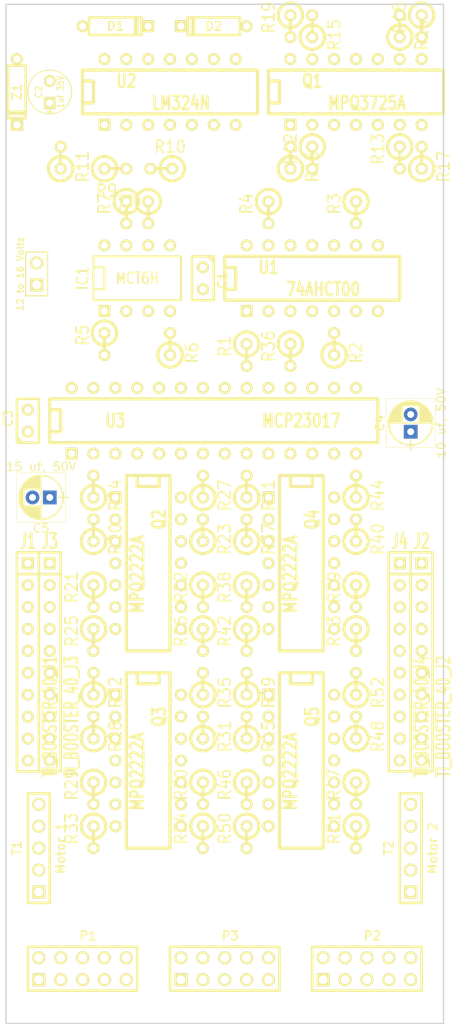
<source format=kicad_pcb>
(kicad_pcb (version 3) (host pcbnew "(2013-june-11)-stable")

  (general
    (links 192)
    (no_connects 192)
    (area 181.075445 52.546956 240.511402 175.335001)
    (thickness 1.6)
    (drawings 4)
    (tracks 2)
    (zones 0)
    (modules 79)
    (nets 109)
  )

  (page A3)
  (layers
    (15 Front signal)
    (0 Back signal)
    (16 B.Adhes user)
    (17 F.Adhes user)
    (18 B.Paste user)
    (19 F.Paste user)
    (20 B.SilkS user)
    (21 F.SilkS user)
    (22 B.Mask user)
    (23 F.Mask user)
    (24 Dwgs.User user)
    (25 Cmts.User user)
    (26 Eco1.User user)
    (27 Eco2.User user)
    (28 Edge.Cuts user)
  )

  (setup
    (last_trace_width 0.254)
    (trace_clearance 0.254)
    (zone_clearance 0.508)
    (zone_45_only no)
    (trace_min 0.254)
    (segment_width 0.20066)
    (edge_width 0.14986)
    (via_size 0.889)
    (via_drill 0.635)
    (via_min_size 0.889)
    (via_min_drill 0.508)
    (uvia_size 0.508)
    (uvia_drill 0.127)
    (uvias_allowed no)
    (uvia_min_size 0.508)
    (uvia_min_drill 0.127)
    (pcb_text_width 0.3)
    (pcb_text_size 1 1)
    (mod_edge_width 0.14986)
    (mod_text_size 1 1)
    (mod_text_width 0.15)
    (pad_size 2.99974 2.99974)
    (pad_drill 1.24968)
    (pad_to_mask_clearance 0)
    (aux_axis_origin 0 0)
    (visible_elements 7FFFFFFF)
    (pcbplotparams
      (layerselection 3178497)
      (usegerberextensions true)
      (excludeedgelayer true)
      (linewidth 0.150000)
      (plotframeref false)
      (viasonmask false)
      (mode 1)
      (useauxorigin false)
      (hpglpennumber 1)
      (hpglpenspeed 20)
      (hpglpendiameter 15)
      (hpglpenoverlay 2)
      (psnegative false)
      (psa4output false)
      (plotreference true)
      (plotvalue true)
      (plotothertext true)
      (plotinvisibletext false)
      (padsonsilk false)
      (subtractmaskfromsilk false)
      (outputformat 1)
      (mirror false)
      (drillshape 1)
      (scaleselection 1)
      (outputdirectory ""))
  )

  (net 0 "")
  (net 1 +12V)
  (net 2 +3.3V)
  (net 3 /QuadSignalHead/SCL)
  (net 4 /QuadSignalHead/SDA)
  (net 5 "/SMCSense/Motor 1 A")
  (net 6 "/SMCSense/Motor 1 B")
  (net 7 "/SMCSense/Motor 2 A")
  (net 8 "/SMCSense/Motor 2 B")
  (net 9 "/SMCSense/Motor Select 1")
  (net 10 "/SMCSense/Motor Select 2")
  (net 11 "/SMCSense/Point 1 A")
  (net 12 "/SMCSense/Point 1 B")
  (net 13 "/SMCSense/Point 2 A")
  (net 14 "/SMCSense/Point 2 B")
  (net 15 "/SMCSense/Point Sense 1")
  (net 16 "/SMCSense/Point Sense 2")
  (net 17 Common)
  (net 18 GND)
  (net 19 GP0.0)
  (net 20 GP0.1)
  (net 21 GP0.2)
  (net 22 GP0.3)
  (net 23 GP0.4)
  (net 24 GP0.5)
  (net 25 GP0.6)
  (net 26 GP0.7)
  (net 27 GP1.0)
  (net 28 GP1.1)
  (net 29 GP1.2)
  (net 30 GP1.3)
  (net 31 GP1.4)
  (net 32 GP1.5)
  (net 33 GP1.6)
  (net 34 GP1.7)
  (net 35 H1-G)
  (net 36 H1-L)
  (net 37 H1-R)
  (net 38 H1-Y)
  (net 39 H2-G)
  (net 40 H2-L)
  (net 41 H2-R)
  (net 42 H2-Y)
  (net 43 H3-G)
  (net 44 H3-L)
  (net 45 H3-R)
  (net 46 H3-Y)
  (net 47 H4-G)
  (net 48 H4-L)
  (net 49 H4-R)
  (net 50 H4-Y)
  (net 51 N-000001)
  (net 52 N-00000101)
  (net 53 N-00000102)
  (net 54 N-00000104)
  (net 55 N-00000105)
  (net 56 N-00000109)
  (net 57 N-0000011)
  (net 58 N-00000110)
  (net 59 N-00000112)
  (net 60 N-00000113)
  (net 61 N-00000117)
  (net 62 N-00000118)
  (net 63 N-0000012)
  (net 64 N-00000121)
  (net 65 N-00000122)
  (net 66 N-00000124)
  (net 67 N-00000125)
  (net 68 N-00000126)
  (net 69 N-00000127)
  (net 70 N-00000129)
  (net 71 N-0000013)
  (net 72 N-00000131)
  (net 73 N-00000132)
  (net 74 N-00000135)
  (net 75 N-00000136)
  (net 76 N-0000014)
  (net 77 N-0000015)
  (net 78 N-0000016)
  (net 79 N-000002)
  (net 80 N-0000040)
  (net 81 N-0000041)
  (net 82 N-0000042)
  (net 83 N-0000043)
  (net 84 N-0000044)
  (net 85 N-0000045)
  (net 86 N-0000046)
  (net 87 N-0000047)
  (net 88 N-0000050)
  (net 89 N-0000051)
  (net 90 N-0000059)
  (net 91 N-0000060)
  (net 92 N-0000061)
  (net 93 N-0000062)
  (net 94 N-0000063)
  (net 95 N-0000064)
  (net 96 N-0000065)
  (net 97 N-0000073)
  (net 98 N-0000074)
  (net 99 N-0000076)
  (net 100 N-0000087)
  (net 101 N-0000088)
  (net 102 N-0000090)
  (net 103 N-0000091)
  (net 104 N-0000093)
  (net 105 N-0000094)
  (net 106 N-0000095)
  (net 107 N-0000097)
  (net 108 N-0000098)

  (net_class Default "This is the default net class."
    (clearance 0.254)
    (trace_width 0.254)
    (via_dia 0.889)
    (via_drill 0.635)
    (uvia_dia 0.508)
    (uvia_drill 0.127)
    (add_net "")
    (add_net +12V)
    (add_net +3.3V)
    (add_net /QuadSignalHead/SCL)
    (add_net /QuadSignalHead/SDA)
    (add_net "/SMCSense/Motor 1 A")
    (add_net "/SMCSense/Motor 1 B")
    (add_net "/SMCSense/Motor 2 A")
    (add_net "/SMCSense/Motor 2 B")
    (add_net "/SMCSense/Motor Select 1")
    (add_net "/SMCSense/Motor Select 2")
    (add_net "/SMCSense/Point 1 A")
    (add_net "/SMCSense/Point 1 B")
    (add_net "/SMCSense/Point 2 A")
    (add_net "/SMCSense/Point 2 B")
    (add_net "/SMCSense/Point Sense 1")
    (add_net "/SMCSense/Point Sense 2")
    (add_net Common)
    (add_net GND)
    (add_net GP0.0)
    (add_net GP0.1)
    (add_net GP0.2)
    (add_net GP0.3)
    (add_net GP0.4)
    (add_net GP0.5)
    (add_net GP0.6)
    (add_net GP0.7)
    (add_net GP1.0)
    (add_net GP1.1)
    (add_net GP1.2)
    (add_net GP1.3)
    (add_net GP1.4)
    (add_net GP1.5)
    (add_net GP1.6)
    (add_net GP1.7)
    (add_net H1-G)
    (add_net H1-L)
    (add_net H1-R)
    (add_net H1-Y)
    (add_net H2-G)
    (add_net H2-L)
    (add_net H2-R)
    (add_net H2-Y)
    (add_net H3-G)
    (add_net H3-L)
    (add_net H3-R)
    (add_net H3-Y)
    (add_net H4-G)
    (add_net H4-L)
    (add_net H4-R)
    (add_net H4-Y)
    (add_net N-000001)
    (add_net N-00000101)
    (add_net N-00000102)
    (add_net N-00000104)
    (add_net N-00000105)
    (add_net N-00000109)
    (add_net N-0000011)
    (add_net N-00000110)
    (add_net N-00000112)
    (add_net N-00000113)
    (add_net N-00000117)
    (add_net N-00000118)
    (add_net N-0000012)
    (add_net N-00000121)
    (add_net N-00000122)
    (add_net N-00000124)
    (add_net N-00000125)
    (add_net N-00000126)
    (add_net N-00000127)
    (add_net N-00000129)
    (add_net N-0000013)
    (add_net N-00000131)
    (add_net N-00000132)
    (add_net N-00000135)
    (add_net N-00000136)
    (add_net N-0000014)
    (add_net N-0000015)
    (add_net N-0000016)
    (add_net N-000002)
    (add_net N-0000040)
    (add_net N-0000041)
    (add_net N-0000042)
    (add_net N-0000043)
    (add_net N-0000044)
    (add_net N-0000045)
    (add_net N-0000046)
    (add_net N-0000047)
    (add_net N-0000050)
    (add_net N-0000051)
    (add_net N-0000059)
    (add_net N-0000060)
    (add_net N-0000061)
    (add_net N-0000062)
    (add_net N-0000063)
    (add_net N-0000064)
    (add_net N-0000065)
    (add_net N-0000073)
    (add_net N-0000074)
    (add_net N-0000076)
    (add_net N-0000087)
    (add_net N-0000088)
    (add_net N-0000090)
    (add_net N-0000091)
    (add_net N-0000093)
    (add_net N-0000094)
    (add_net N-0000095)
    (add_net N-0000097)
    (add_net N-0000098)
  )

  (module SIL-10 (layer Front) (tedit 5080DEE6) (tstamp 5080DE37)
    (at 231.14 133.35 270)
    (descr "Connecteur 10 pins")
    (tags "CONN DEV")
    (path /5080DBF4)
    (fp_text reference J2 (at -13.97 0 360) (layer F.SilkS)
      (effects (font (size 1.72974 1.08712) (thickness 0.3048)))
    )
    (fp_text value TI_BOOSTER_40_J2 (at 6.35 -2.54 270) (layer F.SilkS)
      (effects (font (size 1.524 1.016) (thickness 0.3048)))
    )
    (fp_line (start -12.7 1.27) (end -12.7 -1.27) (layer F.SilkS) (width 0.3048))
    (fp_line (start -12.7 -1.27) (end 12.7 -1.27) (layer F.SilkS) (width 0.3048))
    (fp_line (start 12.7 -1.27) (end 12.7 1.27) (layer F.SilkS) (width 0.3048))
    (fp_line (start 12.7 1.27) (end -12.7 1.27) (layer F.SilkS) (width 0.3048))
    (fp_line (start -10.16 1.27) (end -10.16 -1.27) (layer F.SilkS) (width 0.3048))
    (pad 1 thru_hole rect (at -11.43 0 270) (size 1.397 1.397) (drill 0.8128)
      (layers *.Cu *.Mask F.SilkS)
      (net 18 GND)
    )
    (pad 2 thru_hole circle (at -8.89 0 270) (size 1.397 1.397) (drill 0.8128)
      (layers *.Cu *.Mask F.SilkS)
    )
    (pad 3 thru_hole circle (at -6.35 0 270) (size 1.397 1.397) (drill 0.8128)
      (layers *.Cu *.Mask F.SilkS)
    )
    (pad 4 thru_hole circle (at -3.81 0 270) (size 1.397 1.397) (drill 0.8128)
      (layers *.Cu *.Mask F.SilkS)
    )
    (pad 5 thru_hole circle (at -1.27 0 270) (size 1.397 1.397) (drill 0.8128)
      (layers *.Cu *.Mask F.SilkS)
    )
    (pad 6 thru_hole circle (at 1.27 0 270) (size 1.397 1.397) (drill 0.8128)
      (layers *.Cu *.Mask F.SilkS)
    )
    (pad 7 thru_hole circle (at 3.81 0 270) (size 1.397 1.397) (drill 0.8128)
      (layers *.Cu *.Mask F.SilkS)
    )
    (pad 8 thru_hole circle (at 6.35 0 270) (size 1.397 1.397) (drill 0.8128)
      (layers *.Cu *.Mask F.SilkS)
    )
    (pad 9 thru_hole circle (at 8.89 0 270) (size 1.397 1.397) (drill 0.8128)
      (layers *.Cu *.Mask F.SilkS)
    )
    (pad 10 thru_hole circle (at 11.43 0 270) (size 1.397 1.397) (drill 0.8128)
      (layers *.Cu *.Mask F.SilkS)
    )
  )

  (module SIL-10 (layer Front) (tedit 5080DEED) (tstamp 5080DE4A)
    (at 228.6 133.35 270)
    (descr "Connecteur 10 pins")
    (tags "CONN DEV")
    (path /5080DC12)
    (fp_text reference J4 (at -13.97 0 360) (layer F.SilkS)
      (effects (font (size 1.72974 1.08712) (thickness 0.3048)))
    )
    (fp_text value TI_BOOSTER_40_J4 (at 6.35 -2.54 270) (layer F.SilkS)
      (effects (font (size 1.524 1.016) (thickness 0.3048)))
    )
    (fp_line (start -12.7 1.27) (end -12.7 -1.27) (layer F.SilkS) (width 0.3048))
    (fp_line (start -12.7 -1.27) (end 12.7 -1.27) (layer F.SilkS) (width 0.3048))
    (fp_line (start 12.7 -1.27) (end 12.7 1.27) (layer F.SilkS) (width 0.3048))
    (fp_line (start 12.7 1.27) (end -12.7 1.27) (layer F.SilkS) (width 0.3048))
    (fp_line (start -10.16 1.27) (end -10.16 -1.27) (layer F.SilkS) (width 0.3048))
    (pad 1 thru_hole rect (at -11.43 0 270) (size 1.397 1.397) (drill 0.8128)
      (layers *.Cu *.Mask F.SilkS)
    )
    (pad 2 thru_hole circle (at -8.89 0 270) (size 1.397 1.397) (drill 0.8128)
      (layers *.Cu *.Mask F.SilkS)
    )
    (pad 3 thru_hole circle (at -6.35 0 270) (size 1.397 1.397) (drill 0.8128)
      (layers *.Cu *.Mask F.SilkS)
    )
    (pad 4 thru_hole circle (at -3.81 0 270) (size 1.397 1.397) (drill 0.8128)
      (layers *.Cu *.Mask F.SilkS)
    )
    (pad 5 thru_hole circle (at -1.27 0 270) (size 1.397 1.397) (drill 0.8128)
      (layers *.Cu *.Mask F.SilkS)
    )
    (pad 6 thru_hole circle (at 1.27 0 270) (size 1.397 1.397) (drill 0.8128)
      (layers *.Cu *.Mask F.SilkS)
    )
    (pad 7 thru_hole circle (at 3.81 0 270) (size 1.397 1.397) (drill 0.8128)
      (layers *.Cu *.Mask F.SilkS)
      (net 57 N-0000011)
    )
    (pad 8 thru_hole circle (at 6.35 0 270) (size 1.397 1.397) (drill 0.8128)
      (layers *.Cu *.Mask F.SilkS)
      (net 63 N-0000012)
    )
    (pad 9 thru_hole circle (at 8.89 0 270) (size 1.397 1.397) (drill 0.8128)
      (layers *.Cu *.Mask F.SilkS)
      (net 71 N-0000013)
    )
    (pad 10 thru_hole circle (at 11.43 0 270) (size 1.397 1.397) (drill 0.8128)
      (layers *.Cu *.Mask F.SilkS)
      (net 76 N-0000014)
    )
  )

  (module SIL-10 (layer Front) (tedit 5080DEE0) (tstamp 5080AB71)
    (at 187.96 133.35 270)
    (descr "Connecteur 10 pins")
    (tags "CONN DEV")
    (path /5080DC03)
    (fp_text reference J3 (at -13.97 0 360) (layer F.SilkS)
      (effects (font (size 1.72974 1.08712) (thickness 0.3048)))
    )
    (fp_text value TI_BOOSTER_40_J3 (at 6.35 -2.54 270) (layer F.SilkS)
      (effects (font (size 1.524 1.016) (thickness 0.3048)))
    )
    (fp_line (start -12.7 1.27) (end -12.7 -1.27) (layer F.SilkS) (width 0.3048))
    (fp_line (start -12.7 -1.27) (end 12.7 -1.27) (layer F.SilkS) (width 0.3048))
    (fp_line (start 12.7 -1.27) (end 12.7 1.27) (layer F.SilkS) (width 0.3048))
    (fp_line (start 12.7 1.27) (end -12.7 1.27) (layer F.SilkS) (width 0.3048))
    (fp_line (start -10.16 1.27) (end -10.16 -1.27) (layer F.SilkS) (width 0.3048))
    (pad 1 thru_hole rect (at -11.43 0 270) (size 1.397 1.397) (drill 0.8128)
      (layers *.Cu *.Mask F.SilkS)
      (net 17 Common)
    )
    (pad 2 thru_hole circle (at -8.89 0 270) (size 1.397 1.397) (drill 0.8128)
      (layers *.Cu *.Mask F.SilkS)
      (net 18 GND)
    )
    (pad 3 thru_hole circle (at -6.35 0 270) (size 1.397 1.397) (drill 0.8128)
      (layers *.Cu *.Mask F.SilkS)
      (net 9 "/SMCSense/Motor Select 1")
    )
    (pad 4 thru_hole circle (at -3.81 0 270) (size 1.397 1.397) (drill 0.8128)
      (layers *.Cu *.Mask F.SilkS)
      (net 10 "/SMCSense/Motor Select 2")
    )
    (pad 5 thru_hole circle (at -1.27 0 270) (size 1.397 1.397) (drill 0.8128)
      (layers *.Cu *.Mask F.SilkS)
      (net 15 "/SMCSense/Point Sense 1")
    )
    (pad 6 thru_hole circle (at 1.27 0 270) (size 1.397 1.397) (drill 0.8128)
      (layers *.Cu *.Mask F.SilkS)
      (net 16 "/SMCSense/Point Sense 2")
    )
    (pad 7 thru_hole circle (at 3.81 0 270) (size 1.397 1.397) (drill 0.8128)
      (layers *.Cu *.Mask F.SilkS)
      (net 79 N-000002)
    )
    (pad 8 thru_hole circle (at 6.35 0 270) (size 1.397 1.397) (drill 0.8128)
      (layers *.Cu *.Mask F.SilkS)
      (net 51 N-000001)
    )
    (pad 9 thru_hole circle (at 8.89 0 270) (size 1.397 1.397) (drill 0.8128)
      (layers *.Cu *.Mask F.SilkS)
      (net 78 N-0000016)
    )
    (pad 10 thru_hole circle (at 11.43 0 270) (size 1.397 1.397) (drill 0.8128)
      (layers *.Cu *.Mask F.SilkS)
      (net 77 N-0000015)
    )
  )

  (module SIL-10 (layer Front) (tedit 5080DEDC) (tstamp 5080AB8D)
    (at 185.42 133.35 270)
    (descr "Connecteur 10 pins")
    (tags "CONN DEV")
    (path /5080DB5C)
    (fp_text reference J1 (at -13.97 0 360) (layer F.SilkS)
      (effects (font (size 1.72974 1.08712) (thickness 0.3048)))
    )
    (fp_text value TI_BOOSTER_40_J1 (at 6.35 -2.54 270) (layer F.SilkS)
      (effects (font (size 1.524 1.016) (thickness 0.3048)))
    )
    (fp_line (start -12.7 1.27) (end -12.7 -1.27) (layer F.SilkS) (width 0.3048))
    (fp_line (start -12.7 -1.27) (end 12.7 -1.27) (layer F.SilkS) (width 0.3048))
    (fp_line (start 12.7 -1.27) (end 12.7 1.27) (layer F.SilkS) (width 0.3048))
    (fp_line (start 12.7 1.27) (end -12.7 1.27) (layer F.SilkS) (width 0.3048))
    (fp_line (start -10.16 1.27) (end -10.16 -1.27) (layer F.SilkS) (width 0.3048))
    (pad 1 thru_hole rect (at -11.43 0 270) (size 1.397 1.397) (drill 0.8128)
      (layers *.Cu *.Mask F.SilkS)
      (net 2 +3.3V)
    )
    (pad 2 thru_hole circle (at -8.89 0 270) (size 1.397 1.397) (drill 0.8128)
      (layers *.Cu *.Mask F.SilkS)
    )
    (pad 3 thru_hole circle (at -6.35 0 270) (size 1.397 1.397) (drill 0.8128)
      (layers *.Cu *.Mask F.SilkS)
    )
    (pad 4 thru_hole circle (at -3.81 0 270) (size 1.397 1.397) (drill 0.8128)
      (layers *.Cu *.Mask F.SilkS)
    )
    (pad 5 thru_hole circle (at -1.27 0 270) (size 1.397 1.397) (drill 0.8128)
      (layers *.Cu *.Mask F.SilkS)
    )
    (pad 6 thru_hole circle (at 1.27 0 270) (size 1.397 1.397) (drill 0.8128)
      (layers *.Cu *.Mask F.SilkS)
    )
    (pad 7 thru_hole circle (at 3.81 0 270) (size 1.397 1.397) (drill 0.8128)
      (layers *.Cu *.Mask F.SilkS)
    )
    (pad 8 thru_hole circle (at 6.35 0 270) (size 1.397 1.397) (drill 0.8128)
      (layers *.Cu *.Mask F.SilkS)
    )
    (pad 9 thru_hole circle (at 8.89 0 270) (size 1.397 1.397) (drill 0.8128)
      (layers *.Cu *.Mask F.SilkS)
      (net 3 /QuadSignalHead/SCL)
    )
    (pad 10 thru_hole circle (at 11.43 0 270) (size 1.397 1.397) (drill 0.8128)
      (layers *.Cu *.Mask F.SilkS)
      (net 4 /QuadSignalHead/SDA)
    )
  )

  (module ScrewTerm_2.54-5 (layer Front) (tedit 5934228F) (tstamp 5AA003EA)
    (at 229.87 154.94 90)
    (descr "Screw Terminals on 2.54mm centers, 5 position")
    (tags CONN)
    (path /5A9FF518/5A9FF8B1)
    (fp_text reference T2 (at 0 -2.54 90) (layer F.SilkS)
      (effects (font (size 1.016 1.016) (thickness 0.2032)))
    )
    (fp_text value "Motor 2" (at 0 2.54 90) (layer F.SilkS)
      (effects (font (size 1.016 1.016) (thickness 0.2032)))
    )
    (fp_line (start -6.35 -1.27) (end -6.35 1.27) (layer F.SilkS) (width 0.3048))
    (fp_line (start 6.35 1.27) (end 6.35 -1.27) (layer F.SilkS) (width 0.3048))
    (fp_line (start -6.35 -1.27) (end 6.35 -1.27) (layer F.SilkS) (width 0.3048))
    (fp_line (start 6.35 1.27) (end -6.35 1.27) (layer F.SilkS) (width 0.3048))
    (pad 1 thru_hole rect (at -5.08 0 90) (size 1.524 1.524) (drill 1.016)
      (layers *.Cu *.Mask F.SilkS)
      (net 8 "/SMCSense/Motor 2 B")
    )
    (pad 2 thru_hole circle (at -2.54 0 90) (size 1.524 1.524) (drill 1.016)
      (layers *.Cu *.Mask F.SilkS)
      (net 7 "/SMCSense/Motor 2 A")
    )
    (pad 3 thru_hole circle (at 0 0 90) (size 1.524 1.524) (drill 1.016)
      (layers *.Cu *.Mask F.SilkS)
      (net 14 "/SMCSense/Point 2 B")
    )
    (pad 4 thru_hole circle (at 2.54 0 90) (size 1.524 1.524) (drill 1.016)
      (layers *.Cu *.Mask F.SilkS)
      (net 18 GND)
    )
    (pad 5 thru_hole circle (at 5.08 0 90) (size 1.524 1.524) (drill 1.016)
      (layers *.Cu *.Mask F.SilkS)
      (net 13 "/SMCSense/Point 2 A")
    )
    (model walter/conn_screw/mors_5p.wrl
      (at (xyz 0 0 0))
      (scale (xyz 0.5 0.5 0.5))
      (rotate (xyz 0 0 180))
    )
  )

  (module ScrewTerm_2.54-5 (layer Front) (tedit 5934228F) (tstamp 5AA003F7)
    (at 186.69 154.94 90)
    (descr "Screw Terminals on 2.54mm centers, 5 position")
    (tags CONN)
    (path /5A9FF518/5A9FF8AF)
    (fp_text reference T1 (at 0 -2.54 90) (layer F.SilkS)
      (effects (font (size 1.016 1.016) (thickness 0.2032)))
    )
    (fp_text value "Motor 1" (at 0 2.54 90) (layer F.SilkS)
      (effects (font (size 1.016 1.016) (thickness 0.2032)))
    )
    (fp_line (start -6.35 -1.27) (end -6.35 1.27) (layer F.SilkS) (width 0.3048))
    (fp_line (start 6.35 1.27) (end 6.35 -1.27) (layer F.SilkS) (width 0.3048))
    (fp_line (start -6.35 -1.27) (end 6.35 -1.27) (layer F.SilkS) (width 0.3048))
    (fp_line (start 6.35 1.27) (end -6.35 1.27) (layer F.SilkS) (width 0.3048))
    (pad 1 thru_hole rect (at -5.08 0 90) (size 1.524 1.524) (drill 1.016)
      (layers *.Cu *.Mask F.SilkS)
      (net 6 "/SMCSense/Motor 1 B")
    )
    (pad 2 thru_hole circle (at -2.54 0 90) (size 1.524 1.524) (drill 1.016)
      (layers *.Cu *.Mask F.SilkS)
      (net 5 "/SMCSense/Motor 1 A")
    )
    (pad 3 thru_hole circle (at 0 0 90) (size 1.524 1.524) (drill 1.016)
      (layers *.Cu *.Mask F.SilkS)
      (net 12 "/SMCSense/Point 1 B")
    )
    (pad 4 thru_hole circle (at 2.54 0 90) (size 1.524 1.524) (drill 1.016)
      (layers *.Cu *.Mask F.SilkS)
      (net 18 GND)
    )
    (pad 5 thru_hole circle (at 5.08 0 90) (size 1.524 1.524) (drill 1.016)
      (layers *.Cu *.Mask F.SilkS)
      (net 11 "/SMCSense/Point 1 A")
    )
    (model walter/conn_screw/mors_5p.wrl
      (at (xyz 0 0 0))
      (scale (xyz 0.5 0.5 0.5))
      (rotate (xyz 0 0 180))
    )
  )

  (module ScrewTerm2.54-2 (layer Front) (tedit 594CFC1E) (tstamp 5AA00401)
    (at 186.436 88.392 90)
    (descr "Connecteurs 2 pins")
    (tags "CONN DEV")
    (path /5A9FF518/5A9FF8C7)
    (fp_text reference T3 (at -2.7 -1.9 90) (layer F.SilkS) hide
      (effects (font (size 0.762 0.762) (thickness 0.1524)))
    )
    (fp_text value "12 to 16 Volts" (at 0 -1.905 90) (layer F.SilkS)
      (effects (font (size 0.762 0.762) (thickness 0.1524)))
    )
    (fp_line (start -2.54 1.27) (end -2.54 -1.27) (layer F.SilkS) (width 0.1524))
    (fp_line (start -2.54 -1.27) (end 2.54 -1.27) (layer F.SilkS) (width 0.1524))
    (fp_line (start 2.54 -1.27) (end 2.54 1.27) (layer F.SilkS) (width 0.1524))
    (fp_line (start 2.54 1.27) (end -2.54 1.27) (layer F.SilkS) (width 0.1524))
    (pad 1 thru_hole rect (at -1.27 0 180) (size 1.524 1.524) (drill 1.016)
      (layers *.Cu *.Mask F.SilkS)
      (net 1 +12V)
    )
    (pad 2 thru_hole circle (at 1.27 0 180) (size 1.524 1.524) (drill 1.016)
      (layers *.Cu *.Mask F.SilkS)
      (net 18 GND)
    )
    (model walter/conn_screw/mors_2p.wrl
      (at (xyz 0 0 0))
      (scale (xyz 0.5 0.5 0.5))
      (rotate (xyz 0 0 180))
    )
  )

  (module R1 (layer Front) (tedit 200000) (tstamp 5AA00409)
    (at 228.6 59.69 90)
    (descr "Resistance verticale")
    (tags R)
    (path /5A9FF518/5A9FF8B8)
    (autoplace_cost90 10)
    (autoplace_cost180 10)
    (fp_text reference R14 (at -1.016 2.54 90) (layer F.SilkS)
      (effects (font (size 1.397 1.27) (thickness 0.2032)))
    )
    (fp_text value "1K Ohms" (at -1.143 2.54 90) (layer F.SilkS) hide
      (effects (font (size 1.397 1.27) (thickness 0.2032)))
    )
    (fp_line (start -1.27 0) (end 1.27 0) (layer F.SilkS) (width 0.381))
    (fp_circle (center -1.27 0) (end -0.635 1.27) (layer F.SilkS) (width 0.381))
    (pad 1 thru_hole circle (at -1.27 0 90) (size 1.397 1.397) (drill 0.8128)
      (layers *.Cu *.Mask F.SilkS)
      (net 82 N-0000042)
    )
    (pad 2 thru_hole circle (at 1.27 0 90) (size 1.397 1.397) (drill 0.8128)
      (layers *.Cu *.Mask F.SilkS)
      (net 87 N-0000047)
    )
    (model discret/verti_resistor.wrl
      (at (xyz 0 0 0))
      (scale (xyz 1 1 1))
      (rotate (xyz 0 0 0))
    )
  )

  (module R1 (layer Front) (tedit 200000) (tstamp 5AA00411)
    (at 218.44 59.69 90)
    (descr "Resistance verticale")
    (tags R)
    (path /5A9FF518/5A9FF8B7)
    (autoplace_cost90 10)
    (autoplace_cost180 10)
    (fp_text reference R15 (at -1.016 2.54 90) (layer F.SilkS)
      (effects (font (size 1.397 1.27) (thickness 0.2032)))
    )
    (fp_text value "1K Ohms" (at -1.143 2.54 90) (layer F.SilkS) hide
      (effects (font (size 1.397 1.27) (thickness 0.2032)))
    )
    (fp_line (start -1.27 0) (end 1.27 0) (layer F.SilkS) (width 0.381))
    (fp_circle (center -1.27 0) (end -0.635 1.27) (layer F.SilkS) (width 0.381))
    (pad 1 thru_hole circle (at -1.27 0 90) (size 1.397 1.397) (drill 0.8128)
      (layers *.Cu *.Mask F.SilkS)
      (net 81 N-0000041)
    )
    (pad 2 thru_hole circle (at 1.27 0 90) (size 1.397 1.397) (drill 0.8128)
      (layers *.Cu *.Mask F.SilkS)
      (net 80 N-0000040)
    )
    (model discret/verti_resistor.wrl
      (at (xyz 0 0 0))
      (scale (xyz 1 1 1))
      (rotate (xyz 0 0 0))
    )
  )

  (module R1 (layer Front) (tedit 200000) (tstamp 5AA00419)
    (at 228.6 74.93 270)
    (descr "Resistance verticale")
    (tags R)
    (path /5A9FF518/5A9FF8B9)
    (autoplace_cost90 10)
    (autoplace_cost180 10)
    (fp_text reference R13 (at -1.016 2.54 270) (layer F.SilkS)
      (effects (font (size 1.397 1.27) (thickness 0.2032)))
    )
    (fp_text value "1K Ohms" (at -1.143 2.54 270) (layer F.SilkS) hide
      (effects (font (size 1.397 1.27) (thickness 0.2032)))
    )
    (fp_line (start -1.27 0) (end 1.27 0) (layer F.SilkS) (width 0.381))
    (fp_circle (center -1.27 0) (end -0.635 1.27) (layer F.SilkS) (width 0.381))
    (pad 1 thru_hole circle (at -1.27 0 270) (size 1.397 1.397) (drill 0.8128)
      (layers *.Cu *.Mask F.SilkS)
      (net 83 N-0000043)
    )
    (pad 2 thru_hole circle (at 1.27 0 270) (size 1.397 1.397) (drill 0.8128)
      (layers *.Cu *.Mask F.SilkS)
      (net 86 N-0000046)
    )
    (model discret/verti_resistor.wrl
      (at (xyz 0 0 0))
      (scale (xyz 1 1 1))
      (rotate (xyz 0 0 0))
    )
  )

  (module R1 (layer Front) (tedit 200000) (tstamp 5AA00421)
    (at 218.44 74.93 270)
    (descr "Resistance verticale")
    (tags R)
    (path /5A9FF518/5A9FF8BA)
    (autoplace_cost90 10)
    (autoplace_cost180 10)
    (fp_text reference R12 (at -1.016 2.54 270) (layer F.SilkS)
      (effects (font (size 1.397 1.27) (thickness 0.2032)))
    )
    (fp_text value "1K Ohms" (at -1.143 2.54 270) (layer F.SilkS) hide
      (effects (font (size 1.397 1.27) (thickness 0.2032)))
    )
    (fp_line (start -1.27 0) (end 1.27 0) (layer F.SilkS) (width 0.381))
    (fp_circle (center -1.27 0) (end -0.635 1.27) (layer F.SilkS) (width 0.381))
    (pad 1 thru_hole circle (at -1.27 0 270) (size 1.397 1.397) (drill 0.8128)
      (layers *.Cu *.Mask F.SilkS)
      (net 84 N-0000044)
    )
    (pad 2 thru_hole circle (at 1.27 0 270) (size 1.397 1.397) (drill 0.8128)
      (layers *.Cu *.Mask F.SilkS)
      (net 85 N-0000045)
    )
    (model discret/verti_resistor.wrl
      (at (xyz 0 0 0))
      (scale (xyz 1 1 1))
      (rotate (xyz 0 0 0))
    )
  )

  (module R1 (layer Front) (tedit 200000) (tstamp 5AA00429)
    (at 200.914 76.2 180)
    (descr "Resistance verticale")
    (tags R)
    (path /5A9FF518/5A9FF8AC)
    (autoplace_cost90 10)
    (autoplace_cost180 10)
    (fp_text reference R10 (at -1.016 2.54 180) (layer F.SilkS)
      (effects (font (size 1.397 1.27) (thickness 0.2032)))
    )
    (fp_text value "1K Ohms" (at -1.143 2.54 180) (layer F.SilkS) hide
      (effects (font (size 1.397 1.27) (thickness 0.2032)))
    )
    (fp_line (start -1.27 0) (end 1.27 0) (layer F.SilkS) (width 0.381))
    (fp_circle (center -1.27 0) (end -0.635 1.27) (layer F.SilkS) (width 0.381))
    (pad 1 thru_hole circle (at -1.27 0 180) (size 1.397 1.397) (drill 0.8128)
      (layers *.Cu *.Mask F.SilkS)
      (net 1 +12V)
    )
    (pad 2 thru_hole circle (at 1.27 0 180) (size 1.397 1.397) (drill 0.8128)
      (layers *.Cu *.Mask F.SilkS)
      (net 89 N-0000051)
    )
    (model discret/verti_resistor.wrl
      (at (xyz 0 0 0))
      (scale (xyz 1 1 1))
      (rotate (xyz 0 0 0))
    )
  )

  (module R1 (layer Front) (tedit 200000) (tstamp 5AA00431)
    (at 199.39 81.28 270)
    (descr "Resistance verticale")
    (tags R)
    (path /5A9FF518/5A9FF8AB)
    (autoplace_cost90 10)
    (autoplace_cost180 10)
    (fp_text reference R8 (at -1.016 2.54 270) (layer F.SilkS)
      (effects (font (size 1.397 1.27) (thickness 0.2032)))
    )
    (fp_text value "100 Ohms" (at -1.143 2.54 270) (layer F.SilkS) hide
      (effects (font (size 1.397 1.27) (thickness 0.2032)))
    )
    (fp_line (start -1.27 0) (end 1.27 0) (layer F.SilkS) (width 0.381))
    (fp_circle (center -1.27 0) (end -0.635 1.27) (layer F.SilkS) (width 0.381))
    (pad 1 thru_hole circle (at -1.27 0 270) (size 1.397 1.397) (drill 0.8128)
      (layers *.Cu *.Mask F.SilkS)
      (net 89 N-0000051)
    )
    (pad 2 thru_hole circle (at 1.27 0 270) (size 1.397 1.397) (drill 0.8128)
      (layers *.Cu *.Mask F.SilkS)
      (net 88 N-0000050)
    )
    (model discret/verti_resistor.wrl
      (at (xyz 0 0 0))
      (scale (xyz 1 1 1))
      (rotate (xyz 0 0 0))
    )
  )

  (module R1 (layer Front) (tedit 200000) (tstamp 5AA00439)
    (at 215.9 74.93 90)
    (descr "Resistance verticale")
    (tags R)
    (path /5A9FF518/5A9FF8BB)
    (autoplace_cost90 10)
    (autoplace_cost180 10)
    (fp_text reference R16 (at -1.016 2.54 90) (layer F.SilkS)
      (effects (font (size 1.397 1.27) (thickness 0.2032)))
    )
    (fp_text value "470 Ohms" (at -1.143 2.54 90) (layer F.SilkS) hide
      (effects (font (size 1.397 1.27) (thickness 0.2032)))
    )
    (fp_line (start -1.27 0) (end 1.27 0) (layer F.SilkS) (width 0.381))
    (fp_circle (center -1.27 0) (end -0.635 1.27) (layer F.SilkS) (width 0.381))
    (pad 1 thru_hole circle (at -1.27 0 90) (size 1.397 1.397) (drill 0.8128)
      (layers *.Cu *.Mask F.SilkS)
      (net 1 +12V)
    )
    (pad 2 thru_hole circle (at 1.27 0 90) (size 1.397 1.397) (drill 0.8128)
      (layers *.Cu *.Mask F.SilkS)
      (net 5 "/SMCSense/Motor 1 A")
    )
    (model discret/verti_resistor.wrl
      (at (xyz 0 0 0))
      (scale (xyz 1 1 1))
      (rotate (xyz 0 0 0))
    )
  )

  (module R1 (layer Front) (tedit 200000) (tstamp 5AA00441)
    (at 231.14 74.93 90)
    (descr "Resistance verticale")
    (tags R)
    (path /5A9FF518/5A9FF8BC)
    (autoplace_cost90 10)
    (autoplace_cost180 10)
    (fp_text reference R17 (at -1.016 2.54 90) (layer F.SilkS)
      (effects (font (size 1.397 1.27) (thickness 0.2032)))
    )
    (fp_text value "470 Ohms" (at -1.143 2.54 90) (layer F.SilkS) hide
      (effects (font (size 1.397 1.27) (thickness 0.2032)))
    )
    (fp_line (start -1.27 0) (end 1.27 0) (layer F.SilkS) (width 0.381))
    (fp_circle (center -1.27 0) (end -0.635 1.27) (layer F.SilkS) (width 0.381))
    (pad 1 thru_hole circle (at -1.27 0 90) (size 1.397 1.397) (drill 0.8128)
      (layers *.Cu *.Mask F.SilkS)
      (net 1 +12V)
    )
    (pad 2 thru_hole circle (at 1.27 0 90) (size 1.397 1.397) (drill 0.8128)
      (layers *.Cu *.Mask F.SilkS)
      (net 6 "/SMCSense/Motor 1 B")
    )
    (model discret/verti_resistor.wrl
      (at (xyz 0 0 0))
      (scale (xyz 1 1 1))
      (rotate (xyz 0 0 0))
    )
  )

  (module R1 (layer Front) (tedit 200000) (tstamp 5AA00449)
    (at 196.85 81.28 270)
    (descr "Resistance verticale")
    (tags R)
    (path /5A9FF518/5A9FF8A6)
    (autoplace_cost90 10)
    (autoplace_cost180 10)
    (fp_text reference R7 (at -1.016 2.54 270) (layer F.SilkS)
      (effects (font (size 1.397 1.27) (thickness 0.2032)))
    )
    (fp_text value "100 Ohms" (at -1.143 2.54 270) (layer F.SilkS) hide
      (effects (font (size 1.397 1.27) (thickness 0.2032)))
    )
    (fp_line (start -1.27 0) (end 1.27 0) (layer F.SilkS) (width 0.381))
    (fp_circle (center -1.27 0) (end -0.635 1.27) (layer F.SilkS) (width 0.381))
    (pad 1 thru_hole circle (at -1.27 0 270) (size 1.397 1.397) (drill 0.8128)
      (layers *.Cu *.Mask F.SilkS)
      (net 95 N-0000064)
    )
    (pad 2 thru_hole circle (at 1.27 0 270) (size 1.397 1.397) (drill 0.8128)
      (layers *.Cu *.Mask F.SilkS)
      (net 93 N-0000062)
    )
    (model discret/verti_resistor.wrl
      (at (xyz 0 0 0))
      (scale (xyz 1 1 1))
      (rotate (xyz 0 0 0))
    )
  )

  (module R1 (layer Front) (tedit 200000) (tstamp 5AA00451)
    (at 195.58 76.2)
    (descr "Resistance verticale")
    (tags R)
    (path /5A9FF518/5A9FF8A5)
    (autoplace_cost90 10)
    (autoplace_cost180 10)
    (fp_text reference R9 (at -1.016 2.54) (layer F.SilkS)
      (effects (font (size 1.397 1.27) (thickness 0.2032)))
    )
    (fp_text value "1K Ohms" (at -1.143 2.54) (layer F.SilkS) hide
      (effects (font (size 1.397 1.27) (thickness 0.2032)))
    )
    (fp_line (start -1.27 0) (end 1.27 0) (layer F.SilkS) (width 0.381))
    (fp_circle (center -1.27 0) (end -0.635 1.27) (layer F.SilkS) (width 0.381))
    (pad 1 thru_hole circle (at -1.27 0) (size 1.397 1.397) (drill 0.8128)
      (layers *.Cu *.Mask F.SilkS)
      (net 1 +12V)
    )
    (pad 2 thru_hole circle (at 1.27 0) (size 1.397 1.397) (drill 0.8128)
      (layers *.Cu *.Mask F.SilkS)
      (net 95 N-0000064)
    )
    (model discret/verti_resistor.wrl
      (at (xyz 0 0 0))
      (scale (xyz 1 1 1))
      (rotate (xyz 0 0 0))
    )
  )

  (module R1 (layer Front) (tedit 200000) (tstamp 5AA00459)
    (at 189.23 74.93 90)
    (descr "Resistance verticale")
    (tags R)
    (path /5A9FF518/5A9FF8A4)
    (autoplace_cost90 10)
    (autoplace_cost180 10)
    (fp_text reference R11 (at -1.016 2.54 90) (layer F.SilkS)
      (effects (font (size 1.397 1.27) (thickness 0.2032)))
    )
    (fp_text value "1K Ohms" (at -1.143 2.54 90) (layer F.SilkS) hide
      (effects (font (size 1.397 1.27) (thickness 0.2032)))
    )
    (fp_line (start -1.27 0) (end 1.27 0) (layer F.SilkS) (width 0.381))
    (fp_circle (center -1.27 0) (end -0.635 1.27) (layer F.SilkS) (width 0.381))
    (pad 1 thru_hole circle (at -1.27 0 90) (size 1.397 1.397) (drill 0.8128)
      (layers *.Cu *.Mask F.SilkS)
      (net 1 +12V)
    )
    (pad 2 thru_hole circle (at 1.27 0 90) (size 1.397 1.397) (drill 0.8128)
      (layers *.Cu *.Mask F.SilkS)
      (net 96 N-0000065)
    )
    (model discret/verti_resistor.wrl
      (at (xyz 0 0 0))
      (scale (xyz 1 1 1))
      (rotate (xyz 0 0 0))
    )
  )

  (module R1 (layer Front) (tedit 200000) (tstamp 5AA00461)
    (at 231.14 59.69 270)
    (descr "Resistance verticale")
    (tags R)
    (path /5A9FF518/5A9FF8BD)
    (autoplace_cost90 10)
    (autoplace_cost180 10)
    (fp_text reference R18 (at -1.016 2.54 270) (layer F.SilkS)
      (effects (font (size 1.397 1.27) (thickness 0.2032)))
    )
    (fp_text value "470 Ohms" (at -1.143 2.54 270) (layer F.SilkS) hide
      (effects (font (size 1.397 1.27) (thickness 0.2032)))
    )
    (fp_line (start -1.27 0) (end 1.27 0) (layer F.SilkS) (width 0.381))
    (fp_circle (center -1.27 0) (end -0.635 1.27) (layer F.SilkS) (width 0.381))
    (pad 1 thru_hole circle (at -1.27 0 270) (size 1.397 1.397) (drill 0.8128)
      (layers *.Cu *.Mask F.SilkS)
      (net 1 +12V)
    )
    (pad 2 thru_hole circle (at 1.27 0 270) (size 1.397 1.397) (drill 0.8128)
      (layers *.Cu *.Mask F.SilkS)
      (net 7 "/SMCSense/Motor 2 A")
    )
    (model discret/verti_resistor.wrl
      (at (xyz 0 0 0))
      (scale (xyz 1 1 1))
      (rotate (xyz 0 0 0))
    )
  )

  (module R1 (layer Front) (tedit 200000) (tstamp 5AA00469)
    (at 215.9 59.69 270)
    (descr "Resistance verticale")
    (tags R)
    (path /5A9FF518/5A9FF8BE)
    (autoplace_cost90 10)
    (autoplace_cost180 10)
    (fp_text reference R19 (at -1.016 2.54 270) (layer F.SilkS)
      (effects (font (size 1.397 1.27) (thickness 0.2032)))
    )
    (fp_text value "470 Ohms" (at -1.143 2.54 270) (layer F.SilkS) hide
      (effects (font (size 1.397 1.27) (thickness 0.2032)))
    )
    (fp_line (start -1.27 0) (end 1.27 0) (layer F.SilkS) (width 0.381))
    (fp_circle (center -1.27 0) (end -0.635 1.27) (layer F.SilkS) (width 0.381))
    (pad 1 thru_hole circle (at -1.27 0 270) (size 1.397 1.397) (drill 0.8128)
      (layers *.Cu *.Mask F.SilkS)
      (net 1 +12V)
    )
    (pad 2 thru_hole circle (at 1.27 0 270) (size 1.397 1.397) (drill 0.8128)
      (layers *.Cu *.Mask F.SilkS)
      (net 8 "/SMCSense/Motor 2 B")
    )
    (model discret/verti_resistor.wrl
      (at (xyz 0 0 0))
      (scale (xyz 1 1 1))
      (rotate (xyz 0 0 0))
    )
  )

  (module R1 (layer Front) (tedit 200000) (tstamp 5AA00471)
    (at 213.36 81.28 270)
    (descr "Resistance verticale")
    (tags R)
    (path /5A9FF518/5A9FF899)
    (autoplace_cost90 10)
    (autoplace_cost180 10)
    (fp_text reference R4 (at -1.016 2.54 270) (layer F.SilkS)
      (effects (font (size 1.397 1.27) (thickness 0.2032)))
    )
    (fp_text value "10K Ohms" (at -1.143 2.54 270) (layer F.SilkS) hide
      (effects (font (size 1.397 1.27) (thickness 0.2032)))
    )
    (fp_line (start -1.27 0) (end 1.27 0) (layer F.SilkS) (width 0.381))
    (fp_circle (center -1.27 0) (end -0.635 1.27) (layer F.SilkS) (width 0.381))
    (pad 1 thru_hole circle (at -1.27 0 270) (size 1.397 1.397) (drill 0.8128)
      (layers *.Cu *.Mask F.SilkS)
      (net 2 +3.3V)
    )
    (pad 2 thru_hole circle (at 1.27 0 270) (size 1.397 1.397) (drill 0.8128)
      (layers *.Cu *.Mask F.SilkS)
      (net 14 "/SMCSense/Point 2 B")
    )
    (model discret/verti_resistor.wrl
      (at (xyz 0 0 0))
      (scale (xyz 1 1 1))
      (rotate (xyz 0 0 0))
    )
  )

  (module R1 (layer Front) (tedit 200000) (tstamp 5AA00479)
    (at 223.52 81.28 270)
    (descr "Resistance verticale")
    (tags R)
    (path /5A9FF518/5A9FF898)
    (autoplace_cost90 10)
    (autoplace_cost180 10)
    (fp_text reference R3 (at -1.016 2.54 270) (layer F.SilkS)
      (effects (font (size 1.397 1.27) (thickness 0.2032)))
    )
    (fp_text value "10K Ohms" (at -1.143 2.54 270) (layer F.SilkS) hide
      (effects (font (size 1.397 1.27) (thickness 0.2032)))
    )
    (fp_line (start -1.27 0) (end 1.27 0) (layer F.SilkS) (width 0.381))
    (fp_circle (center -1.27 0) (end -0.635 1.27) (layer F.SilkS) (width 0.381))
    (pad 1 thru_hole circle (at -1.27 0 270) (size 1.397 1.397) (drill 0.8128)
      (layers *.Cu *.Mask F.SilkS)
      (net 2 +3.3V)
    )
    (pad 2 thru_hole circle (at 1.27 0 270) (size 1.397 1.397) (drill 0.8128)
      (layers *.Cu *.Mask F.SilkS)
      (net 13 "/SMCSense/Point 2 A")
    )
    (model discret/verti_resistor.wrl
      (at (xyz 0 0 0))
      (scale (xyz 1 1 1))
      (rotate (xyz 0 0 0))
    )
  )

  (module R1 (layer Front) (tedit 200000) (tstamp 5AA00481)
    (at 220.98 96.52 90)
    (descr "Resistance verticale")
    (tags R)
    (path /5A9FF518/5A9FF897)
    (autoplace_cost90 10)
    (autoplace_cost180 10)
    (fp_text reference R2 (at -1.016 2.54 90) (layer F.SilkS)
      (effects (font (size 1.397 1.27) (thickness 0.2032)))
    )
    (fp_text value "10K Ohms" (at -1.143 2.54 90) (layer F.SilkS) hide
      (effects (font (size 1.397 1.27) (thickness 0.2032)))
    )
    (fp_line (start -1.27 0) (end 1.27 0) (layer F.SilkS) (width 0.381))
    (fp_circle (center -1.27 0) (end -0.635 1.27) (layer F.SilkS) (width 0.381))
    (pad 1 thru_hole circle (at -1.27 0 90) (size 1.397 1.397) (drill 0.8128)
      (layers *.Cu *.Mask F.SilkS)
      (net 2 +3.3V)
    )
    (pad 2 thru_hole circle (at 1.27 0 90) (size 1.397 1.397) (drill 0.8128)
      (layers *.Cu *.Mask F.SilkS)
      (net 12 "/SMCSense/Point 1 B")
    )
    (model discret/verti_resistor.wrl
      (at (xyz 0 0 0))
      (scale (xyz 1 1 1))
      (rotate (xyz 0 0 0))
    )
  )

  (module R1 (layer Front) (tedit 200000) (tstamp 5AA00489)
    (at 210.82 97.79 270)
    (descr "Resistance verticale")
    (tags R)
    (path /5A9FF518/5A9FF896)
    (autoplace_cost90 10)
    (autoplace_cost180 10)
    (fp_text reference R1 (at -1.016 2.54 270) (layer F.SilkS)
      (effects (font (size 1.397 1.27) (thickness 0.2032)))
    )
    (fp_text value "10K Ohms" (at -1.143 2.54 270) (layer F.SilkS) hide
      (effects (font (size 1.397 1.27) (thickness 0.2032)))
    )
    (fp_line (start -1.27 0) (end 1.27 0) (layer F.SilkS) (width 0.381))
    (fp_circle (center -1.27 0) (end -0.635 1.27) (layer F.SilkS) (width 0.381))
    (pad 1 thru_hole circle (at -1.27 0 270) (size 1.397 1.397) (drill 0.8128)
      (layers *.Cu *.Mask F.SilkS)
      (net 11 "/SMCSense/Point 1 A")
    )
    (pad 2 thru_hole circle (at 1.27 0 270) (size 1.397 1.397) (drill 0.8128)
      (layers *.Cu *.Mask F.SilkS)
      (net 2 +3.3V)
    )
    (model discret/verti_resistor.wrl
      (at (xyz 0 0 0))
      (scale (xyz 1 1 1))
      (rotate (xyz 0 0 0))
    )
  )

  (module R1 (layer Front) (tedit 200000) (tstamp 5AA00491)
    (at 201.93 96.52 90)
    (descr "Resistance verticale")
    (tags R)
    (path /5A9FF518/5A9FF893)
    (autoplace_cost90 10)
    (autoplace_cost180 10)
    (fp_text reference R6 (at -1.016 2.54 90) (layer F.SilkS)
      (effects (font (size 1.397 1.27) (thickness 0.2032)))
    )
    (fp_text value "270 Ohms" (at -1.143 2.54 90) (layer F.SilkS) hide
      (effects (font (size 1.397 1.27) (thickness 0.2032)))
    )
    (fp_line (start -1.27 0) (end 1.27 0) (layer F.SilkS) (width 0.381))
    (fp_circle (center -1.27 0) (end -0.635 1.27) (layer F.SilkS) (width 0.381))
    (pad 1 thru_hole circle (at -1.27 0 90) (size 1.397 1.397) (drill 0.8128)
      (layers *.Cu *.Mask F.SilkS)
      (net 10 "/SMCSense/Motor Select 2")
    )
    (pad 2 thru_hole circle (at 1.27 0 90) (size 1.397 1.397) (drill 0.8128)
      (layers *.Cu *.Mask F.SilkS)
      (net 90 N-0000059)
    )
    (model discret/verti_resistor.wrl
      (at (xyz 0 0 0))
      (scale (xyz 1 1 1))
      (rotate (xyz 0 0 0))
    )
  )

  (module R1 (layer Front) (tedit 200000) (tstamp 5AA00499)
    (at 194.31 96.52 270)
    (descr "Resistance verticale")
    (tags R)
    (path /5A9FF518/5A9FF892)
    (autoplace_cost90 10)
    (autoplace_cost180 10)
    (fp_text reference R5 (at -1.016 2.54 270) (layer F.SilkS)
      (effects (font (size 1.397 1.27) (thickness 0.2032)))
    )
    (fp_text value "270 Ohms" (at -1.143 2.54 270) (layer F.SilkS) hide
      (effects (font (size 1.397 1.27) (thickness 0.2032)))
    )
    (fp_line (start -1.27 0) (end 1.27 0) (layer F.SilkS) (width 0.381))
    (fp_circle (center -1.27 0) (end -0.635 1.27) (layer F.SilkS) (width 0.381))
    (pad 1 thru_hole circle (at -1.27 0 270) (size 1.397 1.397) (drill 0.8128)
      (layers *.Cu *.Mask F.SilkS)
      (net 91 N-0000060)
    )
    (pad 2 thru_hole circle (at 1.27 0 270) (size 1.397 1.397) (drill 0.8128)
      (layers *.Cu *.Mask F.SilkS)
      (net 9 "/SMCSense/Motor Select 1")
    )
    (model discret/verti_resistor.wrl
      (at (xyz 0 0 0))
      (scale (xyz 1 1 1))
      (rotate (xyz 0 0 0))
    )
  )

  (module DIP-8__300 (layer Front) (tedit 43A7F843) (tstamp 5AA004AC)
    (at 198.12 88.9)
    (descr "8 pins DIL package, round pads")
    (tags DIL)
    (path /5A9FF518/5A9FF88E)
    (fp_text reference IC1 (at -6.35 0 90) (layer F.SilkS)
      (effects (font (size 1.27 1.143) (thickness 0.2032)))
    )
    (fp_text value MCT6H (at 0 0) (layer F.SilkS)
      (effects (font (size 1.27 1.016) (thickness 0.2032)))
    )
    (fp_line (start -5.08 -1.27) (end -3.81 -1.27) (layer F.SilkS) (width 0.254))
    (fp_line (start -3.81 -1.27) (end -3.81 1.27) (layer F.SilkS) (width 0.254))
    (fp_line (start -3.81 1.27) (end -5.08 1.27) (layer F.SilkS) (width 0.254))
    (fp_line (start -5.08 -2.54) (end 5.08 -2.54) (layer F.SilkS) (width 0.254))
    (fp_line (start 5.08 -2.54) (end 5.08 2.54) (layer F.SilkS) (width 0.254))
    (fp_line (start 5.08 2.54) (end -5.08 2.54) (layer F.SilkS) (width 0.254))
    (fp_line (start -5.08 2.54) (end -5.08 -2.54) (layer F.SilkS) (width 0.254))
    (pad 1 thru_hole rect (at -3.81 3.81) (size 1.397 1.397) (drill 0.8128)
      (layers *.Cu *.Mask F.SilkS)
      (net 91 N-0000060)
    )
    (pad 2 thru_hole circle (at -1.27 3.81) (size 1.397 1.397) (drill 0.8128)
      (layers *.Cu *.Mask F.SilkS)
      (net 18 GND)
    )
    (pad 3 thru_hole circle (at 1.27 3.81) (size 1.397 1.397) (drill 0.8128)
      (layers *.Cu *.Mask F.SilkS)
      (net 18 GND)
    )
    (pad 4 thru_hole circle (at 3.81 3.81) (size 1.397 1.397) (drill 0.8128)
      (layers *.Cu *.Mask F.SilkS)
      (net 90 N-0000059)
    )
    (pad 5 thru_hole circle (at 3.81 -3.81) (size 1.397 1.397) (drill 0.8128)
      (layers *.Cu *.Mask F.SilkS)
      (net 18 GND)
    )
    (pad 6 thru_hole circle (at 1.27 -3.81) (size 1.397 1.397) (drill 0.8128)
      (layers *.Cu *.Mask F.SilkS)
      (net 88 N-0000050)
    )
    (pad 7 thru_hole circle (at -1.27 -3.81) (size 1.397 1.397) (drill 0.8128)
      (layers *.Cu *.Mask F.SilkS)
      (net 93 N-0000062)
    )
    (pad 8 thru_hole circle (at -3.81 -3.81) (size 1.397 1.397) (drill 0.8128)
      (layers *.Cu *.Mask F.SilkS)
      (net 18 GND)
    )
    (model dil/dil_8.wrl
      (at (xyz 0 0 0))
      (scale (xyz 1 1 1))
      (rotate (xyz 0 0 0))
    )
  )

  (module DIP-14__300 (layer Front) (tedit 200000) (tstamp 5AA004C5)
    (at 223.52 67.31)
    (descr "14 pins DIL package, round pads")
    (tags DIL)
    (path /5A9FF518/5A9FF8B3)
    (fp_text reference Q1 (at -5.08 -1.27) (layer F.SilkS)
      (effects (font (size 1.524 1.143) (thickness 0.3048)))
    )
    (fp_text value MPQ3725A (at 1.27 1.27) (layer F.SilkS)
      (effects (font (size 1.524 1.143) (thickness 0.3048)))
    )
    (fp_line (start -10.16 -2.54) (end 10.16 -2.54) (layer F.SilkS) (width 0.381))
    (fp_line (start 10.16 2.54) (end -10.16 2.54) (layer F.SilkS) (width 0.381))
    (fp_line (start -10.16 2.54) (end -10.16 -2.54) (layer F.SilkS) (width 0.381))
    (fp_line (start -10.16 -1.27) (end -8.89 -1.27) (layer F.SilkS) (width 0.381))
    (fp_line (start -8.89 -1.27) (end -8.89 1.27) (layer F.SilkS) (width 0.381))
    (fp_line (start -8.89 1.27) (end -10.16 1.27) (layer F.SilkS) (width 0.381))
    (fp_line (start 10.16 -2.54) (end 10.16 2.54) (layer F.SilkS) (width 0.381))
    (pad 1 thru_hole rect (at -7.62 3.81) (size 1.397 1.397) (drill 0.8128)
      (layers *.Cu *.Mask F.SilkS)
      (net 5 "/SMCSense/Motor 1 A")
    )
    (pad 2 thru_hole circle (at -5.08 3.81) (size 1.397 1.397) (drill 0.8128)
      (layers *.Cu *.Mask F.SilkS)
      (net 84 N-0000044)
    )
    (pad 3 thru_hole circle (at -2.54 3.81) (size 1.397 1.397) (drill 0.8128)
      (layers *.Cu *.Mask F.SilkS)
      (net 18 GND)
    )
    (pad 4 thru_hole circle (at 0 3.81) (size 1.397 1.397) (drill 0.8128)
      (layers *.Cu *.Mask F.SilkS)
    )
    (pad 5 thru_hole circle (at 2.54 3.81) (size 1.397 1.397) (drill 0.8128)
      (layers *.Cu *.Mask F.SilkS)
      (net 18 GND)
    )
    (pad 6 thru_hole circle (at 5.08 3.81) (size 1.397 1.397) (drill 0.8128)
      (layers *.Cu *.Mask F.SilkS)
      (net 83 N-0000043)
    )
    (pad 7 thru_hole circle (at 7.62 3.81) (size 1.397 1.397) (drill 0.8128)
      (layers *.Cu *.Mask F.SilkS)
      (net 6 "/SMCSense/Motor 1 B")
    )
    (pad 8 thru_hole circle (at 7.62 -3.81) (size 1.397 1.397) (drill 0.8128)
      (layers *.Cu *.Mask F.SilkS)
      (net 7 "/SMCSense/Motor 2 A")
    )
    (pad 9 thru_hole circle (at 5.08 -3.81) (size 1.397 1.397) (drill 0.8128)
      (layers *.Cu *.Mask F.SilkS)
      (net 82 N-0000042)
    )
    (pad 10 thru_hole circle (at 2.54 -3.81) (size 1.397 1.397) (drill 0.8128)
      (layers *.Cu *.Mask F.SilkS)
      (net 18 GND)
    )
    (pad 11 thru_hole circle (at 0 -3.81) (size 1.397 1.397) (drill 0.8128)
      (layers *.Cu *.Mask F.SilkS)
    )
    (pad 12 thru_hole circle (at -2.54 -3.81) (size 1.397 1.397) (drill 0.8128)
      (layers *.Cu *.Mask F.SilkS)
      (net 18 GND)
    )
    (pad 13 thru_hole circle (at -5.08 -3.81) (size 1.397 1.397) (drill 0.8128)
      (layers *.Cu *.Mask F.SilkS)
      (net 81 N-0000041)
    )
    (pad 14 thru_hole circle (at -7.62 -3.81) (size 1.397 1.397) (drill 0.8128)
      (layers *.Cu *.Mask F.SilkS)
      (net 8 "/SMCSense/Motor 2 B")
    )
    (model dil/dil_14.wrl
      (at (xyz 0 0 0))
      (scale (xyz 1 1 1))
      (rotate (xyz 0 0 0))
    )
  )

  (module DIP-14__300 (layer Front) (tedit 200000) (tstamp 5AA004DE)
    (at 201.93 67.31)
    (descr "14 pins DIL package, round pads")
    (tags DIL)
    (path /5A9FF518/5A9FF89D)
    (fp_text reference U2 (at -5.08 -1.27) (layer F.SilkS)
      (effects (font (size 1.524 1.143) (thickness 0.3048)))
    )
    (fp_text value LM324N (at 1.27 1.27) (layer F.SilkS)
      (effects (font (size 1.524 1.143) (thickness 0.3048)))
    )
    (fp_line (start -10.16 -2.54) (end 10.16 -2.54) (layer F.SilkS) (width 0.381))
    (fp_line (start 10.16 2.54) (end -10.16 2.54) (layer F.SilkS) (width 0.381))
    (fp_line (start -10.16 2.54) (end -10.16 -2.54) (layer F.SilkS) (width 0.381))
    (fp_line (start -10.16 -1.27) (end -8.89 -1.27) (layer F.SilkS) (width 0.381))
    (fp_line (start -8.89 -1.27) (end -8.89 1.27) (layer F.SilkS) (width 0.381))
    (fp_line (start -8.89 1.27) (end -10.16 1.27) (layer F.SilkS) (width 0.381))
    (fp_line (start 10.16 -2.54) (end 10.16 2.54) (layer F.SilkS) (width 0.381))
    (pad 1 thru_hole rect (at -7.62 3.81) (size 1.397 1.397) (drill 0.8128)
      (layers *.Cu *.Mask F.SilkS)
      (net 85 N-0000045)
    )
    (pad 2 thru_hole circle (at -5.08 3.81) (size 1.397 1.397) (drill 0.8128)
      (layers *.Cu *.Mask F.SilkS)
      (net 95 N-0000064)
    )
    (pad 3 thru_hole circle (at -2.54 3.81) (size 1.397 1.397) (drill 0.8128)
      (layers *.Cu *.Mask F.SilkS)
      (net 96 N-0000065)
    )
    (pad 4 thru_hole circle (at 0 3.81) (size 1.397 1.397) (drill 0.8128)
      (layers *.Cu *.Mask F.SilkS)
      (net 1 +12V)
    )
    (pad 5 thru_hole circle (at 2.54 3.81) (size 1.397 1.397) (drill 0.8128)
      (layers *.Cu *.Mask F.SilkS)
      (net 95 N-0000064)
    )
    (pad 6 thru_hole circle (at 5.08 3.81) (size 1.397 1.397) (drill 0.8128)
      (layers *.Cu *.Mask F.SilkS)
      (net 96 N-0000065)
    )
    (pad 7 thru_hole circle (at 7.62 3.81) (size 1.397 1.397) (drill 0.8128)
      (layers *.Cu *.Mask F.SilkS)
      (net 86 N-0000046)
    )
    (pad 8 thru_hole circle (at 7.62 -3.81) (size 1.397 1.397) (drill 0.8128)
      (layers *.Cu *.Mask F.SilkS)
      (net 87 N-0000047)
    )
    (pad 9 thru_hole circle (at 5.08 -3.81) (size 1.397 1.397) (drill 0.8128)
      (layers *.Cu *.Mask F.SilkS)
      (net 89 N-0000051)
    )
    (pad 10 thru_hole circle (at 2.54 -3.81) (size 1.397 1.397) (drill 0.8128)
      (layers *.Cu *.Mask F.SilkS)
      (net 96 N-0000065)
    )
    (pad 11 thru_hole circle (at 0 -3.81) (size 1.397 1.397) (drill 0.8128)
      (layers *.Cu *.Mask F.SilkS)
      (net 18 GND)
    )
    (pad 12 thru_hole circle (at -2.54 -3.81) (size 1.397 1.397) (drill 0.8128)
      (layers *.Cu *.Mask F.SilkS)
      (net 89 N-0000051)
    )
    (pad 13 thru_hole circle (at -5.08 -3.81) (size 1.397 1.397) (drill 0.8128)
      (layers *.Cu *.Mask F.SilkS)
      (net 96 N-0000065)
    )
    (pad 14 thru_hole circle (at -7.62 -3.81) (size 1.397 1.397) (drill 0.8128)
      (layers *.Cu *.Mask F.SilkS)
      (net 80 N-0000040)
    )
    (model dil/dil_14.wrl
      (at (xyz 0 0 0))
      (scale (xyz 1 1 1))
      (rotate (xyz 0 0 0))
    )
  )

  (module DIP-14__300 (layer Front) (tedit 200000) (tstamp 5AA004F7)
    (at 218.44 88.9)
    (descr "14 pins DIL package, round pads")
    (tags DIL)
    (path /5A9FF518/5A9FF87D)
    (fp_text reference U1 (at -5.08 -1.27) (layer F.SilkS)
      (effects (font (size 1.524 1.143) (thickness 0.3048)))
    )
    (fp_text value 74AHCT00 (at 1.27 1.27) (layer F.SilkS)
      (effects (font (size 1.524 1.143) (thickness 0.3048)))
    )
    (fp_line (start -10.16 -2.54) (end 10.16 -2.54) (layer F.SilkS) (width 0.381))
    (fp_line (start 10.16 2.54) (end -10.16 2.54) (layer F.SilkS) (width 0.381))
    (fp_line (start -10.16 2.54) (end -10.16 -2.54) (layer F.SilkS) (width 0.381))
    (fp_line (start -10.16 -1.27) (end -8.89 -1.27) (layer F.SilkS) (width 0.381))
    (fp_line (start -8.89 -1.27) (end -8.89 1.27) (layer F.SilkS) (width 0.381))
    (fp_line (start -8.89 1.27) (end -10.16 1.27) (layer F.SilkS) (width 0.381))
    (fp_line (start 10.16 -2.54) (end 10.16 2.54) (layer F.SilkS) (width 0.381))
    (pad 1 thru_hole rect (at -7.62 3.81) (size 1.397 1.397) (drill 0.8128)
      (layers *.Cu *.Mask F.SilkS)
      (net 11 "/SMCSense/Point 1 A")
    )
    (pad 2 thru_hole circle (at -5.08 3.81) (size 1.397 1.397) (drill 0.8128)
      (layers *.Cu *.Mask F.SilkS)
      (net 92 N-0000061)
    )
    (pad 3 thru_hole circle (at -2.54 3.81) (size 1.397 1.397) (drill 0.8128)
      (layers *.Cu *.Mask F.SilkS)
      (net 15 "/SMCSense/Point Sense 1")
    )
    (pad 4 thru_hole circle (at 0 3.81) (size 1.397 1.397) (drill 0.8128)
      (layers *.Cu *.Mask F.SilkS)
      (net 15 "/SMCSense/Point Sense 1")
    )
    (pad 5 thru_hole circle (at 2.54 3.81) (size 1.397 1.397) (drill 0.8128)
      (layers *.Cu *.Mask F.SilkS)
      (net 12 "/SMCSense/Point 1 B")
    )
    (pad 6 thru_hole circle (at 5.08 3.81) (size 1.397 1.397) (drill 0.8128)
      (layers *.Cu *.Mask F.SilkS)
      (net 92 N-0000061)
    )
    (pad 7 thru_hole circle (at 7.62 3.81) (size 1.397 1.397) (drill 0.8128)
      (layers *.Cu *.Mask F.SilkS)
      (net 18 GND)
    )
    (pad 8 thru_hole circle (at 7.62 -3.81) (size 1.397 1.397) (drill 0.8128)
      (layers *.Cu *.Mask F.SilkS)
      (net 16 "/SMCSense/Point Sense 2")
    )
    (pad 9 thru_hole circle (at 5.08 -3.81) (size 1.397 1.397) (drill 0.8128)
      (layers *.Cu *.Mask F.SilkS)
      (net 13 "/SMCSense/Point 2 A")
    )
    (pad 10 thru_hole circle (at 2.54 -3.81) (size 1.397 1.397) (drill 0.8128)
      (layers *.Cu *.Mask F.SilkS)
      (net 94 N-0000063)
    )
    (pad 11 thru_hole circle (at 0 -3.81) (size 1.397 1.397) (drill 0.8128)
      (layers *.Cu *.Mask F.SilkS)
      (net 94 N-0000063)
    )
    (pad 12 thru_hole circle (at -2.54 -3.81) (size 1.397 1.397) (drill 0.8128)
      (layers *.Cu *.Mask F.SilkS)
      (net 16 "/SMCSense/Point Sense 2")
    )
    (pad 13 thru_hole circle (at -5.08 -3.81) (size 1.397 1.397) (drill 0.8128)
      (layers *.Cu *.Mask F.SilkS)
      (net 14 "/SMCSense/Point 2 B")
    )
    (pad 14 thru_hole circle (at -7.62 -3.81) (size 1.397 1.397) (drill 0.8128)
      (layers *.Cu *.Mask F.SilkS)
      (net 2 +3.3V)
    )
    (model dil/dil_14.wrl
      (at (xyz 0 0 0))
      (scale (xyz 1 1 1))
      (rotate (xyz 0 0 0))
    )
  )

  (module D3 (layer Front) (tedit 5AA00594) (tstamp 5AA00507)
    (at 207.01 59.69 180)
    (descr "Diode 3 pas")
    (tags "DIODE DEV")
    (path /5A9FF518/5A9FF8AE)
    (fp_text reference D2 (at 0 0 180) (layer F.SilkS)
      (effects (font (size 1.016 1.016) (thickness 0.2032)))
    )
    (fp_text value 1N4002 (at 0 0 180) (layer F.SilkS) hide
      (effects (font (size 1.016 1.016) (thickness 0.2032)))
    )
    (fp_line (start 3.81 0) (end 3.048 0) (layer F.SilkS) (width 0.3048))
    (fp_line (start 3.048 0) (end 3.048 -1.016) (layer F.SilkS) (width 0.3048))
    (fp_line (start 3.048 -1.016) (end -3.048 -1.016) (layer F.SilkS) (width 0.3048))
    (fp_line (start -3.048 -1.016) (end -3.048 0) (layer F.SilkS) (width 0.3048))
    (fp_line (start -3.048 0) (end -3.81 0) (layer F.SilkS) (width 0.3048))
    (fp_line (start -3.048 0) (end -3.048 1.016) (layer F.SilkS) (width 0.3048))
    (fp_line (start -3.048 1.016) (end 3.048 1.016) (layer F.SilkS) (width 0.3048))
    (fp_line (start 3.048 1.016) (end 3.048 0) (layer F.SilkS) (width 0.3048))
    (fp_line (start 2.54 -1.016) (end 2.54 1.016) (layer F.SilkS) (width 0.3048))
    (fp_line (start 2.286 1.016) (end 2.286 -1.016) (layer F.SilkS) (width 0.3048))
    (pad 2 thru_hole rect (at 3.81 0 180) (size 1.397 1.397) (drill 0.8128)
      (layers *.Cu *.Mask F.SilkS)
      (net 96 N-0000065)
    )
    (pad 1 thru_hole circle (at -3.81 0 180) (size 1.397 1.397) (drill 0.8128)
      (layers *.Cu *.Mask F.SilkS)
      (net 89 N-0000051)
    )
    (model discret/diode.wrl
      (at (xyz 0 0 0))
      (scale (xyz 0.3 0.3 0.3))
      (rotate (xyz 0 0 0))
    )
  )

  (module D3 (layer Front) (tedit 200000) (tstamp 5AA00517)
    (at 195.58 59.69)
    (descr "Diode 3 pas")
    (tags "DIODE DEV")
    (path /5A9FF518/5A9FF8AA)
    (fp_text reference D1 (at 0 0) (layer F.SilkS)
      (effects (font (size 1.016 1.016) (thickness 0.2032)))
    )
    (fp_text value 1N4002 (at 0 0) (layer F.SilkS) hide
      (effects (font (size 1.016 1.016) (thickness 0.2032)))
    )
    (fp_line (start 3.81 0) (end 3.048 0) (layer F.SilkS) (width 0.3048))
    (fp_line (start 3.048 0) (end 3.048 -1.016) (layer F.SilkS) (width 0.3048))
    (fp_line (start 3.048 -1.016) (end -3.048 -1.016) (layer F.SilkS) (width 0.3048))
    (fp_line (start -3.048 -1.016) (end -3.048 0) (layer F.SilkS) (width 0.3048))
    (fp_line (start -3.048 0) (end -3.81 0) (layer F.SilkS) (width 0.3048))
    (fp_line (start -3.048 0) (end -3.048 1.016) (layer F.SilkS) (width 0.3048))
    (fp_line (start -3.048 1.016) (end 3.048 1.016) (layer F.SilkS) (width 0.3048))
    (fp_line (start 3.048 1.016) (end 3.048 0) (layer F.SilkS) (width 0.3048))
    (fp_line (start 2.54 -1.016) (end 2.54 1.016) (layer F.SilkS) (width 0.3048))
    (fp_line (start 2.286 1.016) (end 2.286 -1.016) (layer F.SilkS) (width 0.3048))
    (pad 2 thru_hole rect (at 3.81 0) (size 1.397 1.397) (drill 0.8128)
      (layers *.Cu *.Mask F.SilkS)
      (net 96 N-0000065)
    )
    (pad 1 thru_hole circle (at -3.81 0) (size 1.397 1.397) (drill 0.8128)
      (layers *.Cu *.Mask F.SilkS)
      (net 95 N-0000064)
    )
    (model discret/diode.wrl
      (at (xyz 0 0 0))
      (scale (xyz 0.3 0.3 0.3))
      (rotate (xyz 0 0 0))
    )
  )

  (module D3 (layer Front) (tedit 200000) (tstamp 5AA00527)
    (at 184.15 67.31 270)
    (descr "Diode 3 pas")
    (tags "DIODE DEV")
    (path /5A9FF518/5A9FF8A8)
    (fp_text reference Z1 (at 0 0 270) (layer F.SilkS)
      (effects (font (size 1.016 1.016) (thickness 0.2032)))
    )
    (fp_text value 1N5229B (at 0 0 270) (layer F.SilkS) hide
      (effects (font (size 1.016 1.016) (thickness 0.2032)))
    )
    (fp_line (start 3.81 0) (end 3.048 0) (layer F.SilkS) (width 0.3048))
    (fp_line (start 3.048 0) (end 3.048 -1.016) (layer F.SilkS) (width 0.3048))
    (fp_line (start 3.048 -1.016) (end -3.048 -1.016) (layer F.SilkS) (width 0.3048))
    (fp_line (start -3.048 -1.016) (end -3.048 0) (layer F.SilkS) (width 0.3048))
    (fp_line (start -3.048 0) (end -3.81 0) (layer F.SilkS) (width 0.3048))
    (fp_line (start -3.048 0) (end -3.048 1.016) (layer F.SilkS) (width 0.3048))
    (fp_line (start -3.048 1.016) (end 3.048 1.016) (layer F.SilkS) (width 0.3048))
    (fp_line (start 3.048 1.016) (end 3.048 0) (layer F.SilkS) (width 0.3048))
    (fp_line (start 2.54 -1.016) (end 2.54 1.016) (layer F.SilkS) (width 0.3048))
    (fp_line (start 2.286 1.016) (end 2.286 -1.016) (layer F.SilkS) (width 0.3048))
    (pad 2 thru_hole rect (at 3.81 0 270) (size 1.397 1.397) (drill 0.8128)
      (layers *.Cu *.Mask F.SilkS)
      (net 96 N-0000065)
    )
    (pad 1 thru_hole circle (at -3.81 0 270) (size 1.397 1.397) (drill 0.8128)
      (layers *.Cu *.Mask F.SilkS)
      (net 18 GND)
    )
    (model discret/diode.wrl
      (at (xyz 0 0 0))
      (scale (xyz 0.3 0.3 0.3))
      (rotate (xyz 0 0 0))
    )
  )

  (module C1V5 (layer Front) (tedit 3E070CF4) (tstamp 5AA0052F)
    (at 187.96 67.31 90)
    (descr "Condensateur e = 1 pas")
    (tags C)
    (path /5A9FF518/5A9FF8A2)
    (fp_text reference C2 (at 0 -1.26746 90) (layer F.SilkS)
      (effects (font (size 0.762 0.762) (thickness 0.127)))
    )
    (fp_text value "1uf 35V" (at 0 1.27 90) (layer F.SilkS)
      (effects (font (size 0.762 0.635) (thickness 0.127)))
    )
    (fp_text user + (at -2.286 0 90) (layer F.SilkS)
      (effects (font (size 0.762 0.762) (thickness 0.2032)))
    )
    (fp_circle (center 0 0) (end 0.127 -2.54) (layer F.SilkS) (width 0.127))
    (pad 1 thru_hole rect (at -1.27 0 90) (size 1.397 1.397) (drill 0.8128)
      (layers *.Cu *.Mask F.SilkS)
      (net 1 +12V)
    )
    (pad 2 thru_hole circle (at 1.27 0 90) (size 1.397 1.397) (drill 0.8128)
      (layers *.Cu *.Mask F.SilkS)
      (net 18 GND)
    )
    (model discret/c_vert_c1v5.wrl
      (at (xyz 0 0 0))
      (scale (xyz 1 1 1))
      (rotate (xyz 0 0 0))
    )
  )

  (module C1 (layer Front) (tedit 3F92C496) (tstamp 5AA0053A)
    (at 205.74 88.9 270)
    (descr "Condensateur e = 1 pas")
    (tags C)
    (path /5A9FF518/5A9FF8CA)
    (fp_text reference C1 (at 0.254 -2.286 270) (layer F.SilkS)
      (effects (font (size 1.016 1.016) (thickness 0.2032)))
    )
    (fp_text value ".1 uf" (at 0 -2.286 270) (layer F.SilkS) hide
      (effects (font (size 1.016 1.016) (thickness 0.2032)))
    )
    (fp_line (start -2.4892 -1.27) (end 2.54 -1.27) (layer F.SilkS) (width 0.3048))
    (fp_line (start 2.54 -1.27) (end 2.54 1.27) (layer F.SilkS) (width 0.3048))
    (fp_line (start 2.54 1.27) (end -2.54 1.27) (layer F.SilkS) (width 0.3048))
    (fp_line (start -2.54 1.27) (end -2.54 -1.27) (layer F.SilkS) (width 0.3048))
    (fp_line (start -2.54 -0.635) (end -1.905 -1.27) (layer F.SilkS) (width 0.3048))
    (pad 1 thru_hole circle (at -1.27 0 270) (size 1.397 1.397) (drill 0.8128)
      (layers *.Cu *.Mask F.SilkS)
      (net 2 +3.3V)
    )
    (pad 2 thru_hole circle (at 1.27 0 270) (size 1.397 1.397) (drill 0.8128)
      (layers *.Cu *.Mask F.SilkS)
      (net 18 GND)
    )
    (model discret/capa_1_pas.wrl
      (at (xyz 0 0 0))
      (scale (xyz 1 1 1))
      (rotate (xyz 0 0 0))
    )
  )

  (module R1 (layer Front) (tedit 200000) (tstamp 5AA03F52)
    (at 205.74 135.89 90)
    (descr "Resistance verticale")
    (tags R)
    (path /5AA03023/5AA035DD)
    (autoplace_cost90 10)
    (autoplace_cost180 10)
    (fp_text reference R35 (at -1.016 2.54 90) (layer F.SilkS)
      (effects (font (size 1.397 1.27) (thickness 0.2032)))
    )
    (fp_text value "150 Ohms" (at -1.143 2.54 90) (layer F.SilkS) hide
      (effects (font (size 1.397 1.27) (thickness 0.2032)))
    )
    (fp_line (start -1.27 0) (end 1.27 0) (layer F.SilkS) (width 0.381))
    (fp_circle (center -1.27 0) (end -0.635 1.27) (layer F.SilkS) (width 0.381))
    (pad 1 thru_hole circle (at -1.27 0 90) (size 1.397 1.397) (drill 0.8128)
      (layers *.Cu *.Mask F.SilkS)
      (net 68 N-00000126)
    )
    (pad 2 thru_hole circle (at 1.27 0 90) (size 1.397 1.397) (drill 0.8128)
      (layers *.Cu *.Mask F.SilkS)
      (net 36 H1-L)
    )
    (model discret/verti_resistor.wrl
      (at (xyz 0 0 0))
      (scale (xyz 1 1 1))
      (rotate (xyz 0 0 0))
    )
  )

  (module R1 (layer Front) (tedit 200000) (tstamp 5AA03F5A)
    (at 223.52 135.89 90)
    (descr "Resistance verticale")
    (tags R)
    (path /5AA03023/5AA035FD)
    (autoplace_cost90 10)
    (autoplace_cost180 10)
    (fp_text reference R52 (at -1.016 2.54 90) (layer F.SilkS)
      (effects (font (size 1.397 1.27) (thickness 0.2032)))
    )
    (fp_text value "150 Ohms" (at -1.143 2.54 90) (layer F.SilkS) hide
      (effects (font (size 1.397 1.27) (thickness 0.2032)))
    )
    (fp_line (start -1.27 0) (end 1.27 0) (layer F.SilkS) (width 0.381))
    (fp_circle (center -1.27 0) (end -0.635 1.27) (layer F.SilkS) (width 0.381))
    (pad 1 thru_hole circle (at -1.27 0 90) (size 1.397 1.397) (drill 0.8128)
      (layers *.Cu *.Mask F.SilkS)
      (net 97 N-0000073)
    )
    (pad 2 thru_hole circle (at 1.27 0 90) (size 1.397 1.397) (drill 0.8128)
      (layers *.Cu *.Mask F.SilkS)
      (net 44 H3-L)
    )
    (model discret/verti_resistor.wrl
      (at (xyz 0 0 0))
      (scale (xyz 1 1 1))
      (rotate (xyz 0 0 0))
    )
  )

  (module R1 (layer Front) (tedit 200000) (tstamp 5AA03F62)
    (at 210.82 118.11 90)
    (descr "Resistance verticale")
    (tags R)
    (path /5AA03023/5AA035E0)
    (autoplace_cost90 10)
    (autoplace_cost180 10)
    (fp_text reference R37 (at -1.016 2.54 90) (layer F.SilkS)
      (effects (font (size 1.397 1.27) (thickness 0.2032)))
    )
    (fp_text value "1K Ohms" (at -1.143 2.54 90) (layer F.SilkS) hide
      (effects (font (size 1.397 1.27) (thickness 0.2032)))
    )
    (fp_line (start -1.27 0) (end 1.27 0) (layer F.SilkS) (width 0.381))
    (fp_circle (center -1.27 0) (end -0.635 1.27) (layer F.SilkS) (width 0.381))
    (pad 1 thru_hole circle (at -1.27 0 90) (size 1.397 1.397) (drill 0.8128)
      (layers *.Cu *.Mask F.SilkS)
      (net 31 GP1.4)
    )
    (pad 2 thru_hole circle (at 1.27 0 90) (size 1.397 1.397) (drill 0.8128)
      (layers *.Cu *.Mask F.SilkS)
      (net 66 N-00000124)
    )
    (model discret/verti_resistor.wrl
      (at (xyz 0 0 0))
      (scale (xyz 1 1 1))
      (rotate (xyz 0 0 0))
    )
  )

  (module R1 (layer Front) (tedit 200000) (tstamp 5AA03F6A)
    (at 210.82 113.03 90)
    (descr "Resistance verticale")
    (tags R)
    (path /5AA03023/5AA035E1)
    (autoplace_cost90 10)
    (autoplace_cost180 10)
    (fp_text reference R41 (at -1.016 2.54 90) (layer F.SilkS)
      (effects (font (size 1.397 1.27) (thickness 0.2032)))
    )
    (fp_text value "150 Ohms" (at -1.143 2.54 90) (layer F.SilkS) hide
      (effects (font (size 1.397 1.27) (thickness 0.2032)))
    )
    (fp_line (start -1.27 0) (end 1.27 0) (layer F.SilkS) (width 0.381))
    (fp_circle (center -1.27 0) (end -0.635 1.27) (layer F.SilkS) (width 0.381))
    (pad 1 thru_hole circle (at -1.27 0 90) (size 1.397 1.397) (drill 0.8128)
      (layers *.Cu *.Mask F.SilkS)
      (net 67 N-00000125)
    )
    (pad 2 thru_hole circle (at 1.27 0 90) (size 1.397 1.397) (drill 0.8128)
      (layers *.Cu *.Mask F.SilkS)
      (net 48 H4-L)
    )
    (model discret/verti_resistor.wrl
      (at (xyz 0 0 0))
      (scale (xyz 1 1 1))
      (rotate (xyz 0 0 0))
    )
  )

  (module R1 (layer Front) (tedit 200000) (tstamp 5AA03F72)
    (at 210.82 125.73 270)
    (descr "Resistance verticale")
    (tags R)
    (path /5AA03023/5AA035E4)
    (autoplace_cost90 10)
    (autoplace_cost180 10)
    (fp_text reference R38 (at -1.016 2.54 270) (layer F.SilkS)
      (effects (font (size 1.397 1.27) (thickness 0.2032)))
    )
    (fp_text value "1K Ohms" (at -1.143 2.54 270) (layer F.SilkS) hide
      (effects (font (size 1.397 1.27) (thickness 0.2032)))
    )
    (fp_line (start -1.27 0) (end 1.27 0) (layer F.SilkS) (width 0.381))
    (fp_circle (center -1.27 0) (end -0.635 1.27) (layer F.SilkS) (width 0.381))
    (pad 1 thru_hole circle (at -1.27 0 270) (size 1.397 1.397) (drill 0.8128)
      (layers *.Cu *.Mask F.SilkS)
      (net 30 GP1.3)
    )
    (pad 2 thru_hole circle (at 1.27 0 270) (size 1.397 1.397) (drill 0.8128)
      (layers *.Cu *.Mask F.SilkS)
      (net 75 N-00000136)
    )
    (model discret/verti_resistor.wrl
      (at (xyz 0 0 0))
      (scale (xyz 1 1 1))
      (rotate (xyz 0 0 0))
    )
  )

  (module R1 (layer Front) (tedit 200000) (tstamp 5AA03F7A)
    (at 210.82 130.81 270)
    (descr "Resistance verticale")
    (tags R)
    (path /5AA03023/5AA035E5)
    (autoplace_cost90 10)
    (autoplace_cost180 10)
    (fp_text reference R42 (at -1.016 2.54 270) (layer F.SilkS)
      (effects (font (size 1.397 1.27) (thickness 0.2032)))
    )
    (fp_text value "150 Ohms" (at -1.143 2.54 270) (layer F.SilkS) hide
      (effects (font (size 1.397 1.27) (thickness 0.2032)))
    )
    (fp_line (start -1.27 0) (end 1.27 0) (layer F.SilkS) (width 0.381))
    (fp_circle (center -1.27 0) (end -0.635 1.27) (layer F.SilkS) (width 0.381))
    (pad 1 thru_hole circle (at -1.27 0 270) (size 1.397 1.397) (drill 0.8128)
      (layers *.Cu *.Mask F.SilkS)
      (net 74 N-00000135)
    )
    (pad 2 thru_hole circle (at 1.27 0 270) (size 1.397 1.397) (drill 0.8128)
      (layers *.Cu *.Mask F.SilkS)
      (net 43 H3-G)
    )
    (model discret/verti_resistor.wrl
      (at (xyz 0 0 0))
      (scale (xyz 1 1 1))
      (rotate (xyz 0 0 0))
    )
  )

  (module R1 (layer Front) (tedit 200000) (tstamp 5AA03F82)
    (at 223.52 125.73 270)
    (descr "Resistance verticale")
    (tags R)
    (path /5AA03023/5AA035E8)
    (autoplace_cost90 10)
    (autoplace_cost180 10)
    (fp_text reference R39 (at -1.016 2.54 270) (layer F.SilkS)
      (effects (font (size 1.397 1.27) (thickness 0.2032)))
    )
    (fp_text value "1K Ohms" (at -1.143 2.54 270) (layer F.SilkS) hide
      (effects (font (size 1.397 1.27) (thickness 0.2032)))
    )
    (fp_line (start -1.27 0) (end 1.27 0) (layer F.SilkS) (width 0.381))
    (fp_circle (center -1.27 0) (end -0.635 1.27) (layer F.SilkS) (width 0.381))
    (pad 1 thru_hole circle (at -1.27 0 270) (size 1.397 1.397) (drill 0.8128)
      (layers *.Cu *.Mask F.SilkS)
      (net 32 GP1.5)
    )
    (pad 2 thru_hole circle (at 1.27 0 270) (size 1.397 1.397) (drill 0.8128)
      (layers *.Cu *.Mask F.SilkS)
      (net 73 N-00000132)
    )
    (model discret/verti_resistor.wrl
      (at (xyz 0 0 0))
      (scale (xyz 1 1 1))
      (rotate (xyz 0 0 0))
    )
  )

  (module R1 (layer Front) (tedit 200000) (tstamp 5AA03F8A)
    (at 223.52 130.81 270)
    (descr "Resistance verticale")
    (tags R)
    (path /5AA03023/5AA035E9)
    (autoplace_cost90 10)
    (autoplace_cost180 10)
    (fp_text reference R43 (at -1.016 2.54 270) (layer F.SilkS)
      (effects (font (size 1.397 1.27) (thickness 0.2032)))
    )
    (fp_text value "150 Ohms" (at -1.143 2.54 270) (layer F.SilkS) hide
      (effects (font (size 1.397 1.27) (thickness 0.2032)))
    )
    (fp_line (start -1.27 0) (end 1.27 0) (layer F.SilkS) (width 0.381))
    (fp_circle (center -1.27 0) (end -0.635 1.27) (layer F.SilkS) (width 0.381))
    (pad 1 thru_hole circle (at -1.27 0 270) (size 1.397 1.397) (drill 0.8128)
      (layers *.Cu *.Mask F.SilkS)
      (net 72 N-00000131)
    )
    (pad 2 thru_hole circle (at 1.27 0 270) (size 1.397 1.397) (drill 0.8128)
      (layers *.Cu *.Mask F.SilkS)
      (net 49 H4-R)
    )
    (model discret/verti_resistor.wrl
      (at (xyz 0 0 0))
      (scale (xyz 1 1 1))
      (rotate (xyz 0 0 0))
    )
  )

  (module R1 (layer Front) (tedit 200000) (tstamp 5AA03F92)
    (at 223.52 118.11 90)
    (descr "Resistance verticale")
    (tags R)
    (path /5AA03023/5AA035EC)
    (autoplace_cost90 10)
    (autoplace_cost180 10)
    (fp_text reference R40 (at -1.016 2.54 90) (layer F.SilkS)
      (effects (font (size 1.397 1.27) (thickness 0.2032)))
    )
    (fp_text value "1K Ohms" (at -1.143 2.54 90) (layer F.SilkS) hide
      (effects (font (size 1.397 1.27) (thickness 0.2032)))
    )
    (fp_line (start -1.27 0) (end 1.27 0) (layer F.SilkS) (width 0.381))
    (fp_circle (center -1.27 0) (end -0.635 1.27) (layer F.SilkS) (width 0.381))
    (pad 1 thru_hole circle (at -1.27 0 90) (size 1.397 1.397) (drill 0.8128)
      (layers *.Cu *.Mask F.SilkS)
      (net 29 GP1.2)
    )
    (pad 2 thru_hole circle (at 1.27 0 90) (size 1.397 1.397) (drill 0.8128)
      (layers *.Cu *.Mask F.SilkS)
      (net 60 N-00000113)
    )
    (model discret/verti_resistor.wrl
      (at (xyz 0 0 0))
      (scale (xyz 1 1 1))
      (rotate (xyz 0 0 0))
    )
  )

  (module R1 (layer Front) (tedit 200000) (tstamp 5AA03F9A)
    (at 223.52 113.03 90)
    (descr "Resistance verticale")
    (tags R)
    (path /5AA03023/5AA035ED)
    (autoplace_cost90 10)
    (autoplace_cost180 10)
    (fp_text reference R44 (at -1.016 2.54 90) (layer F.SilkS)
      (effects (font (size 1.397 1.27) (thickness 0.2032)))
    )
    (fp_text value "150 Ohms" (at -1.143 2.54 90) (layer F.SilkS) hide
      (effects (font (size 1.397 1.27) (thickness 0.2032)))
    )
    (fp_line (start -1.27 0) (end 1.27 0) (layer F.SilkS) (width 0.381))
    (fp_circle (center -1.27 0) (end -0.635 1.27) (layer F.SilkS) (width 0.381))
    (pad 1 thru_hole circle (at -1.27 0 90) (size 1.397 1.397) (drill 0.8128)
      (layers *.Cu *.Mask F.SilkS)
      (net 59 N-00000112)
    )
    (pad 2 thru_hole circle (at 1.27 0 90) (size 1.397 1.397) (drill 0.8128)
      (layers *.Cu *.Mask F.SilkS)
      (net 46 H3-Y)
    )
    (model discret/verti_resistor.wrl
      (at (xyz 0 0 0))
      (scale (xyz 1 1 1))
      (rotate (xyz 0 0 0))
    )
  )

  (module R1 (layer Front) (tedit 200000) (tstamp 5AA03FA2)
    (at 223.52 140.97 90)
    (descr "Resistance verticale")
    (tags R)
    (path /5AA03023/5AA035FC)
    (autoplace_cost90 10)
    (autoplace_cost180 10)
    (fp_text reference R48 (at -1.016 2.54 90) (layer F.SilkS)
      (effects (font (size 1.397 1.27) (thickness 0.2032)))
    )
    (fp_text value "1K Ohms" (at -1.143 2.54 90) (layer F.SilkS) hide
      (effects (font (size 1.397 1.27) (thickness 0.2032)))
    )
    (fp_line (start -1.27 0) (end 1.27 0) (layer F.SilkS) (width 0.381))
    (fp_circle (center -1.27 0) (end -0.635 1.27) (layer F.SilkS) (width 0.381))
    (pad 1 thru_hole circle (at -1.27 0 90) (size 1.397 1.397) (drill 0.8128)
      (layers *.Cu *.Mask F.SilkS)
      (net 27 GP1.0)
    )
    (pad 2 thru_hole circle (at 1.27 0 90) (size 1.397 1.397) (drill 0.8128)
      (layers *.Cu *.Mask F.SilkS)
      (net 98 N-0000074)
    )
    (model discret/verti_resistor.wrl
      (at (xyz 0 0 0))
      (scale (xyz 1 1 1))
      (rotate (xyz 0 0 0))
    )
  )

  (module R1 (layer Front) (tedit 200000) (tstamp 5AA03FAA)
    (at 210.82 140.97 90)
    (descr "Resistance verticale")
    (tags R)
    (path /5AA03023/5AA035F0)
    (autoplace_cost90 10)
    (autoplace_cost180 10)
    (fp_text reference R45 (at -1.016 2.54 90) (layer F.SilkS)
      (effects (font (size 1.397 1.27) (thickness 0.2032)))
    )
    (fp_text value "1K Ohms" (at -1.143 2.54 90) (layer F.SilkS) hide
      (effects (font (size 1.397 1.27) (thickness 0.2032)))
    )
    (fp_line (start -1.27 0) (end 1.27 0) (layer F.SilkS) (width 0.381))
    (fp_circle (center -1.27 0) (end -0.635 1.27) (layer F.SilkS) (width 0.381))
    (pad 1 thru_hole circle (at -1.27 0 90) (size 1.397 1.397) (drill 0.8128)
      (layers *.Cu *.Mask F.SilkS)
      (net 33 GP1.6)
    )
    (pad 2 thru_hole circle (at 1.27 0 90) (size 1.397 1.397) (drill 0.8128)
      (layers *.Cu *.Mask F.SilkS)
      (net 58 N-00000110)
    )
    (model discret/verti_resistor.wrl
      (at (xyz 0 0 0))
      (scale (xyz 1 1 1))
      (rotate (xyz 0 0 0))
    )
  )

  (module R1 (layer Front) (tedit 200000) (tstamp 5AA03FB2)
    (at 210.82 135.89 90)
    (descr "Resistance verticale")
    (tags R)
    (path /5AA03023/5AA035F1)
    (autoplace_cost90 10)
    (autoplace_cost180 10)
    (fp_text reference R49 (at -1.016 2.54 90) (layer F.SilkS)
      (effects (font (size 1.397 1.27) (thickness 0.2032)))
    )
    (fp_text value "150 Ohms" (at -1.143 2.54 90) (layer F.SilkS) hide
      (effects (font (size 1.397 1.27) (thickness 0.2032)))
    )
    (fp_line (start -1.27 0) (end 1.27 0) (layer F.SilkS) (width 0.381))
    (fp_circle (center -1.27 0) (end -0.635 1.27) (layer F.SilkS) (width 0.381))
    (pad 1 thru_hole circle (at -1.27 0 90) (size 1.397 1.397) (drill 0.8128)
      (layers *.Cu *.Mask F.SilkS)
      (net 56 N-00000109)
    )
    (pad 2 thru_hole circle (at 1.27 0 90) (size 1.397 1.397) (drill 0.8128)
      (layers *.Cu *.Mask F.SilkS)
      (net 50 H4-Y)
    )
    (model discret/verti_resistor.wrl
      (at (xyz 0 0 0))
      (scale (xyz 1 1 1))
      (rotate (xyz 0 0 0))
    )
  )

  (module R1 (layer Front) (tedit 200000) (tstamp 5AA03FBA)
    (at 210.82 148.59 270)
    (descr "Resistance verticale")
    (tags R)
    (path /5AA03023/5AA035F4)
    (autoplace_cost90 10)
    (autoplace_cost180 10)
    (fp_text reference R46 (at -1.016 2.54 270) (layer F.SilkS)
      (effects (font (size 1.397 1.27) (thickness 0.2032)))
    )
    (fp_text value "1K Ohms" (at -1.143 2.54 270) (layer F.SilkS) hide
      (effects (font (size 1.397 1.27) (thickness 0.2032)))
    )
    (fp_line (start -1.27 0) (end 1.27 0) (layer F.SilkS) (width 0.381))
    (fp_circle (center -1.27 0) (end -0.635 1.27) (layer F.SilkS) (width 0.381))
    (pad 1 thru_hole circle (at -1.27 0 270) (size 1.397 1.397) (drill 0.8128)
      (layers *.Cu *.Mask F.SilkS)
      (net 28 GP1.1)
    )
    (pad 2 thru_hole circle (at 1.27 0 270) (size 1.397 1.397) (drill 0.8128)
      (layers *.Cu *.Mask F.SilkS)
      (net 65 N-00000122)
    )
    (model discret/verti_resistor.wrl
      (at (xyz 0 0 0))
      (scale (xyz 1 1 1))
      (rotate (xyz 0 0 0))
    )
  )

  (module R1 (layer Front) (tedit 200000) (tstamp 5AA03FC2)
    (at 210.82 153.67 270)
    (descr "Resistance verticale")
    (tags R)
    (path /5AA03023/5AA035F5)
    (autoplace_cost90 10)
    (autoplace_cost180 10)
    (fp_text reference R50 (at -1.016 2.54 270) (layer F.SilkS)
      (effects (font (size 1.397 1.27) (thickness 0.2032)))
    )
    (fp_text value "150 Ohms" (at -1.143 2.54 270) (layer F.SilkS) hide
      (effects (font (size 1.397 1.27) (thickness 0.2032)))
    )
    (fp_line (start -1.27 0) (end 1.27 0) (layer F.SilkS) (width 0.381))
    (fp_circle (center -1.27 0) (end -0.635 1.27) (layer F.SilkS) (width 0.381))
    (pad 1 thru_hole circle (at -1.27 0 270) (size 1.397 1.397) (drill 0.8128)
      (layers *.Cu *.Mask F.SilkS)
      (net 64 N-00000121)
    )
    (pad 2 thru_hole circle (at 1.27 0 270) (size 1.397 1.397) (drill 0.8128)
      (layers *.Cu *.Mask F.SilkS)
      (net 45 H3-R)
    )
    (model discret/verti_resistor.wrl
      (at (xyz 0 0 0))
      (scale (xyz 1 1 1))
      (rotate (xyz 0 0 0))
    )
  )

  (module R1 (layer Front) (tedit 200000) (tstamp 5AA03FCA)
    (at 223.52 148.59 270)
    (descr "Resistance verticale")
    (tags R)
    (path /5AA03023/5AA035F8)
    (autoplace_cost90 10)
    (autoplace_cost180 10)
    (fp_text reference R47 (at -1.016 2.54 270) (layer F.SilkS)
      (effects (font (size 1.397 1.27) (thickness 0.2032)))
    )
    (fp_text value "1K Ohms" (at -1.143 2.54 270) (layer F.SilkS) hide
      (effects (font (size 1.397 1.27) (thickness 0.2032)))
    )
    (fp_line (start -1.27 0) (end 1.27 0) (layer F.SilkS) (width 0.381))
    (fp_circle (center -1.27 0) (end -0.635 1.27) (layer F.SilkS) (width 0.381))
    (pad 1 thru_hole circle (at -1.27 0 270) (size 1.397 1.397) (drill 0.8128)
      (layers *.Cu *.Mask F.SilkS)
      (net 34 GP1.7)
    )
    (pad 2 thru_hole circle (at 1.27 0 270) (size 1.397 1.397) (drill 0.8128)
      (layers *.Cu *.Mask F.SilkS)
      (net 62 N-00000118)
    )
    (model discret/verti_resistor.wrl
      (at (xyz 0 0 0))
      (scale (xyz 1 1 1))
      (rotate (xyz 0 0 0))
    )
  )

  (module R1 (layer Front) (tedit 200000) (tstamp 5AA03FD2)
    (at 223.52 153.67 270)
    (descr "Resistance verticale")
    (tags R)
    (path /5AA03023/5AA035F9)
    (autoplace_cost90 10)
    (autoplace_cost180 10)
    (fp_text reference R51 (at -1.016 2.54 270) (layer F.SilkS)
      (effects (font (size 1.397 1.27) (thickness 0.2032)))
    )
    (fp_text value "150 Ohms" (at -1.143 2.54 270) (layer F.SilkS) hide
      (effects (font (size 1.397 1.27) (thickness 0.2032)))
    )
    (fp_line (start -1.27 0) (end 1.27 0) (layer F.SilkS) (width 0.381))
    (fp_circle (center -1.27 0) (end -0.635 1.27) (layer F.SilkS) (width 0.381))
    (pad 1 thru_hole circle (at -1.27 0 270) (size 1.397 1.397) (drill 0.8128)
      (layers *.Cu *.Mask F.SilkS)
      (net 61 N-00000117)
    )
    (pad 2 thru_hole circle (at 1.27 0 270) (size 1.397 1.397) (drill 0.8128)
      (layers *.Cu *.Mask F.SilkS)
      (net 47 H4-G)
    )
    (model discret/verti_resistor.wrl
      (at (xyz 0 0 0))
      (scale (xyz 1 1 1))
      (rotate (xyz 0 0 0))
    )
  )

  (module R1 (layer Front) (tedit 200000) (tstamp 5AA03FDA)
    (at 193.04 118.11 90)
    (descr "Resistance verticale")
    (tags R)
    (path /5AA03023/5AA035C0)
    (autoplace_cost90 10)
    (autoplace_cost180 10)
    (fp_text reference R20 (at -1.016 2.54 90) (layer F.SilkS)
      (effects (font (size 1.397 1.27) (thickness 0.2032)))
    )
    (fp_text value "1K Ohms" (at -1.143 2.54 90) (layer F.SilkS) hide
      (effects (font (size 1.397 1.27) (thickness 0.2032)))
    )
    (fp_line (start -1.27 0) (end 1.27 0) (layer F.SilkS) (width 0.381))
    (fp_circle (center -1.27 0) (end -0.635 1.27) (layer F.SilkS) (width 0.381))
    (pad 1 thru_hole circle (at -1.27 0 90) (size 1.397 1.397) (drill 0.8128)
      (layers *.Cu *.Mask F.SilkS)
      (net 23 GP0.4)
    )
    (pad 2 thru_hole circle (at 1.27 0 90) (size 1.397 1.397) (drill 0.8128)
      (layers *.Cu *.Mask F.SilkS)
      (net 55 N-00000105)
    )
    (model discret/verti_resistor.wrl
      (at (xyz 0 0 0))
      (scale (xyz 1 1 1))
      (rotate (xyz 0 0 0))
    )
  )

  (module R1 (layer Front) (tedit 200000) (tstamp 5AA03FE2)
    (at 193.04 113.03 90)
    (descr "Resistance verticale")
    (tags R)
    (path /5AA03023/5AA035C1)
    (autoplace_cost90 10)
    (autoplace_cost180 10)
    (fp_text reference R24 (at -1.016 2.54 90) (layer F.SilkS)
      (effects (font (size 1.397 1.27) (thickness 0.2032)))
    )
    (fp_text value "150 Ohms" (at -1.143 2.54 90) (layer F.SilkS) hide
      (effects (font (size 1.397 1.27) (thickness 0.2032)))
    )
    (fp_line (start -1.27 0) (end 1.27 0) (layer F.SilkS) (width 0.381))
    (fp_circle (center -1.27 0) (end -0.635 1.27) (layer F.SilkS) (width 0.381))
    (pad 1 thru_hole circle (at -1.27 0 90) (size 1.397 1.397) (drill 0.8128)
      (layers *.Cu *.Mask F.SilkS)
      (net 54 N-00000104)
    )
    (pad 2 thru_hole circle (at 1.27 0 90) (size 1.397 1.397) (drill 0.8128)
      (layers *.Cu *.Mask F.SilkS)
      (net 40 H2-L)
    )
    (model discret/verti_resistor.wrl
      (at (xyz 0 0 0))
      (scale (xyz 1 1 1))
      (rotate (xyz 0 0 0))
    )
  )

  (module R1 (layer Front) (tedit 200000) (tstamp 5AA03FEA)
    (at 193.04 125.73 270)
    (descr "Resistance verticale")
    (tags R)
    (path /5AA03023/5AA035C4)
    (autoplace_cost90 10)
    (autoplace_cost180 10)
    (fp_text reference R21 (at -1.016 2.54 270) (layer F.SilkS)
      (effects (font (size 1.397 1.27) (thickness 0.2032)))
    )
    (fp_text value "1K Ohms" (at -1.143 2.54 270) (layer F.SilkS) hide
      (effects (font (size 1.397 1.27) (thickness 0.2032)))
    )
    (fp_line (start -1.27 0) (end 1.27 0) (layer F.SilkS) (width 0.381))
    (fp_circle (center -1.27 0) (end -0.635 1.27) (layer F.SilkS) (width 0.381))
    (pad 1 thru_hole circle (at -1.27 0 270) (size 1.397 1.397) (drill 0.8128)
      (layers *.Cu *.Mask F.SilkS)
      (net 22 GP0.3)
    )
    (pad 2 thru_hole circle (at 1.27 0 270) (size 1.397 1.397) (drill 0.8128)
      (layers *.Cu *.Mask F.SilkS)
      (net 53 N-00000102)
    )
    (model discret/verti_resistor.wrl
      (at (xyz 0 0 0))
      (scale (xyz 1 1 1))
      (rotate (xyz 0 0 0))
    )
  )

  (module R1 (layer Front) (tedit 200000) (tstamp 5AA03FF2)
    (at 193.04 130.81 270)
    (descr "Resistance verticale")
    (tags R)
    (path /5AA03023/5AA035C5)
    (autoplace_cost90 10)
    (autoplace_cost180 10)
    (fp_text reference R25 (at -1.016 2.54 270) (layer F.SilkS)
      (effects (font (size 1.397 1.27) (thickness 0.2032)))
    )
    (fp_text value "150 Ohms" (at -1.143 2.54 270) (layer F.SilkS) hide
      (effects (font (size 1.397 1.27) (thickness 0.2032)))
    )
    (fp_line (start -1.27 0) (end 1.27 0) (layer F.SilkS) (width 0.381))
    (fp_circle (center -1.27 0) (end -0.635 1.27) (layer F.SilkS) (width 0.381))
    (pad 1 thru_hole circle (at -1.27 0 270) (size 1.397 1.397) (drill 0.8128)
      (layers *.Cu *.Mask F.SilkS)
      (net 52 N-00000101)
    )
    (pad 2 thru_hole circle (at 1.27 0 270) (size 1.397 1.397) (drill 0.8128)
      (layers *.Cu *.Mask F.SilkS)
      (net 35 H1-G)
    )
    (model discret/verti_resistor.wrl
      (at (xyz 0 0 0))
      (scale (xyz 1 1 1))
      (rotate (xyz 0 0 0))
    )
  )

  (module R1 (layer Front) (tedit 200000) (tstamp 5AA03FFA)
    (at 205.74 125.73 270)
    (descr "Resistance verticale")
    (tags R)
    (path /5AA03023/5AA035C8)
    (autoplace_cost90 10)
    (autoplace_cost180 10)
    (fp_text reference R22 (at -1.016 2.54 270) (layer F.SilkS)
      (effects (font (size 1.397 1.27) (thickness 0.2032)))
    )
    (fp_text value "1K Ohms" (at -1.143 2.54 270) (layer F.SilkS) hide
      (effects (font (size 1.397 1.27) (thickness 0.2032)))
    )
    (fp_line (start -1.27 0) (end 1.27 0) (layer F.SilkS) (width 0.381))
    (fp_circle (center -1.27 0) (end -0.635 1.27) (layer F.SilkS) (width 0.381))
    (pad 1 thru_hole circle (at -1.27 0 270) (size 1.397 1.397) (drill 0.8128)
      (layers *.Cu *.Mask F.SilkS)
      (net 24 GP0.5)
    )
    (pad 2 thru_hole circle (at 1.27 0 270) (size 1.397 1.397) (drill 0.8128)
      (layers *.Cu *.Mask F.SilkS)
      (net 103 N-0000091)
    )
    (model discret/verti_resistor.wrl
      (at (xyz 0 0 0))
      (scale (xyz 1 1 1))
      (rotate (xyz 0 0 0))
    )
  )

  (module R1 (layer Front) (tedit 200000) (tstamp 5AA04002)
    (at 205.74 130.81 270)
    (descr "Resistance verticale")
    (tags R)
    (path /5AA03023/5AA035C9)
    (autoplace_cost90 10)
    (autoplace_cost180 10)
    (fp_text reference R26 (at -1.016 2.54 270) (layer F.SilkS)
      (effects (font (size 1.397 1.27) (thickness 0.2032)))
    )
    (fp_text value "150 Ohms" (at -1.143 2.54 270) (layer F.SilkS) hide
      (effects (font (size 1.397 1.27) (thickness 0.2032)))
    )
    (fp_line (start -1.27 0) (end 1.27 0) (layer F.SilkS) (width 0.381))
    (fp_circle (center -1.27 0) (end -0.635 1.27) (layer F.SilkS) (width 0.381))
    (pad 1 thru_hole circle (at -1.27 0 270) (size 1.397 1.397) (drill 0.8128)
      (layers *.Cu *.Mask F.SilkS)
      (net 102 N-0000090)
    )
    (pad 2 thru_hole circle (at 1.27 0 270) (size 1.397 1.397) (drill 0.8128)
      (layers *.Cu *.Mask F.SilkS)
      (net 41 H2-R)
    )
    (model discret/verti_resistor.wrl
      (at (xyz 0 0 0))
      (scale (xyz 1 1 1))
      (rotate (xyz 0 0 0))
    )
  )

  (module R1 (layer Front) (tedit 200000) (tstamp 5AA0400A)
    (at 205.74 118.11 90)
    (descr "Resistance verticale")
    (tags R)
    (path /5AA03023/5AA035CC)
    (autoplace_cost90 10)
    (autoplace_cost180 10)
    (fp_text reference R23 (at -1.016 2.54 90) (layer F.SilkS)
      (effects (font (size 1.397 1.27) (thickness 0.2032)))
    )
    (fp_text value "1K Ohms" (at -1.143 2.54 90) (layer F.SilkS) hide
      (effects (font (size 1.397 1.27) (thickness 0.2032)))
    )
    (fp_line (start -1.27 0) (end 1.27 0) (layer F.SilkS) (width 0.381))
    (fp_circle (center -1.27 0) (end -0.635 1.27) (layer F.SilkS) (width 0.381))
    (pad 1 thru_hole circle (at -1.27 0 90) (size 1.397 1.397) (drill 0.8128)
      (layers *.Cu *.Mask F.SilkS)
      (net 21 GP0.2)
    )
    (pad 2 thru_hole circle (at 1.27 0 90) (size 1.397 1.397) (drill 0.8128)
      (layers *.Cu *.Mask F.SilkS)
      (net 101 N-0000088)
    )
    (model discret/verti_resistor.wrl
      (at (xyz 0 0 0))
      (scale (xyz 1 1 1))
      (rotate (xyz 0 0 0))
    )
  )

  (module R1 (layer Front) (tedit 200000) (tstamp 5AA04012)
    (at 205.74 113.03 90)
    (descr "Resistance verticale")
    (tags R)
    (path /5AA03023/5AA035CD)
    (autoplace_cost90 10)
    (autoplace_cost180 10)
    (fp_text reference R27 (at -1.016 2.54 90) (layer F.SilkS)
      (effects (font (size 1.397 1.27) (thickness 0.2032)))
    )
    (fp_text value "150 Ohms" (at -1.143 2.54 90) (layer F.SilkS) hide
      (effects (font (size 1.397 1.27) (thickness 0.2032)))
    )
    (fp_line (start -1.27 0) (end 1.27 0) (layer F.SilkS) (width 0.381))
    (fp_circle (center -1.27 0) (end -0.635 1.27) (layer F.SilkS) (width 0.381))
    (pad 1 thru_hole circle (at -1.27 0 90) (size 1.397 1.397) (drill 0.8128)
      (layers *.Cu *.Mask F.SilkS)
      (net 100 N-0000087)
    )
    (pad 2 thru_hole circle (at 1.27 0 90) (size 1.397 1.397) (drill 0.8128)
      (layers *.Cu *.Mask F.SilkS)
      (net 38 H1-Y)
    )
    (model discret/verti_resistor.wrl
      (at (xyz 0 0 0))
      (scale (xyz 1 1 1))
      (rotate (xyz 0 0 0))
    )
  )

  (module R1 (layer Front) (tedit 200000) (tstamp 5AA0401A)
    (at 215.9 97.79 270)
    (descr "Resistance verticale")
    (tags R)
    (path /5AA03023/5AA036C0)
    (autoplace_cost90 10)
    (autoplace_cost180 10)
    (fp_text reference R36 (at -1.016 2.54 270) (layer F.SilkS)
      (effects (font (size 1.397 1.27) (thickness 0.2032)))
    )
    (fp_text value "10K Ohms" (at -1.143 2.54 270) (layer F.SilkS) hide
      (effects (font (size 1.397 1.27) (thickness 0.2032)))
    )
    (fp_line (start -1.27 0) (end 1.27 0) (layer F.SilkS) (width 0.381))
    (fp_circle (center -1.27 0) (end -0.635 1.27) (layer F.SilkS) (width 0.381))
    (pad 1 thru_hole circle (at -1.27 0 270) (size 1.397 1.397) (drill 0.8128)
      (layers *.Cu *.Mask F.SilkS)
      (net 2 +3.3V)
    )
    (pad 2 thru_hole circle (at 1.27 0 270) (size 1.397 1.397) (drill 0.8128)
      (layers *.Cu *.Mask F.SilkS)
      (net 99 N-0000076)
    )
    (model discret/verti_resistor.wrl
      (at (xyz 0 0 0))
      (scale (xyz 1 1 1))
      (rotate (xyz 0 0 0))
    )
  )

  (module R1 (layer Front) (tedit 200000) (tstamp 5AA04022)
    (at 193.04 140.97 90)
    (descr "Resistance verticale")
    (tags R)
    (path /5AA03023/5AA035D0)
    (autoplace_cost90 10)
    (autoplace_cost180 10)
    (fp_text reference R28 (at -1.016 2.54 90) (layer F.SilkS)
      (effects (font (size 1.397 1.27) (thickness 0.2032)))
    )
    (fp_text value "1K Ohms" (at -1.143 2.54 90) (layer F.SilkS) hide
      (effects (font (size 1.397 1.27) (thickness 0.2032)))
    )
    (fp_line (start -1.27 0) (end 1.27 0) (layer F.SilkS) (width 0.381))
    (fp_circle (center -1.27 0) (end -0.635 1.27) (layer F.SilkS) (width 0.381))
    (pad 1 thru_hole circle (at -1.27 0 90) (size 1.397 1.397) (drill 0.8128)
      (layers *.Cu *.Mask F.SilkS)
      (net 25 GP0.6)
    )
    (pad 2 thru_hole circle (at 1.27 0 90) (size 1.397 1.397) (drill 0.8128)
      (layers *.Cu *.Mask F.SilkS)
      (net 108 N-0000098)
    )
    (model discret/verti_resistor.wrl
      (at (xyz 0 0 0))
      (scale (xyz 1 1 1))
      (rotate (xyz 0 0 0))
    )
  )

  (module R1 (layer Front) (tedit 200000) (tstamp 5AA0402A)
    (at 193.04 135.89 90)
    (descr "Resistance verticale")
    (tags R)
    (path /5AA03023/5AA035D1)
    (autoplace_cost90 10)
    (autoplace_cost180 10)
    (fp_text reference R32 (at -1.016 2.54 90) (layer F.SilkS)
      (effects (font (size 1.397 1.27) (thickness 0.2032)))
    )
    (fp_text value "150 Ohms" (at -1.143 2.54 90) (layer F.SilkS) hide
      (effects (font (size 1.397 1.27) (thickness 0.2032)))
    )
    (fp_line (start -1.27 0) (end 1.27 0) (layer F.SilkS) (width 0.381))
    (fp_circle (center -1.27 0) (end -0.635 1.27) (layer F.SilkS) (width 0.381))
    (pad 1 thru_hole circle (at -1.27 0 90) (size 1.397 1.397) (drill 0.8128)
      (layers *.Cu *.Mask F.SilkS)
      (net 107 N-0000097)
    )
    (pad 2 thru_hole circle (at 1.27 0 90) (size 1.397 1.397) (drill 0.8128)
      (layers *.Cu *.Mask F.SilkS)
      (net 42 H2-Y)
    )
    (model discret/verti_resistor.wrl
      (at (xyz 0 0 0))
      (scale (xyz 1 1 1))
      (rotate (xyz 0 0 0))
    )
  )

  (module R1 (layer Front) (tedit 200000) (tstamp 5AA04032)
    (at 193.04 148.59 270)
    (descr "Resistance verticale")
    (tags R)
    (path /5AA03023/5AA035D4)
    (autoplace_cost90 10)
    (autoplace_cost180 10)
    (fp_text reference R29 (at -1.016 2.54 270) (layer F.SilkS)
      (effects (font (size 1.397 1.27) (thickness 0.2032)))
    )
    (fp_text value "1K Ohms" (at -1.143 2.54 270) (layer F.SilkS) hide
      (effects (font (size 1.397 1.27) (thickness 0.2032)))
    )
    (fp_line (start -1.27 0) (end 1.27 0) (layer F.SilkS) (width 0.381))
    (fp_circle (center -1.27 0) (end -0.635 1.27) (layer F.SilkS) (width 0.381))
    (pad 1 thru_hole circle (at -1.27 0 270) (size 1.397 1.397) (drill 0.8128)
      (layers *.Cu *.Mask F.SilkS)
      (net 20 GP0.1)
    )
    (pad 2 thru_hole circle (at 1.27 0 270) (size 1.397 1.397) (drill 0.8128)
      (layers *.Cu *.Mask F.SilkS)
      (net 106 N-0000095)
    )
    (model discret/verti_resistor.wrl
      (at (xyz 0 0 0))
      (scale (xyz 1 1 1))
      (rotate (xyz 0 0 0))
    )
  )

  (module R1 (layer Front) (tedit 200000) (tstamp 5AA0403A)
    (at 193.04 153.67 270)
    (descr "Resistance verticale")
    (tags R)
    (path /5AA03023/5AA035D5)
    (autoplace_cost90 10)
    (autoplace_cost180 10)
    (fp_text reference R33 (at -1.016 2.54 270) (layer F.SilkS)
      (effects (font (size 1.397 1.27) (thickness 0.2032)))
    )
    (fp_text value "150 Ohms" (at -1.143 2.54 270) (layer F.SilkS) hide
      (effects (font (size 1.397 1.27) (thickness 0.2032)))
    )
    (fp_line (start -1.27 0) (end 1.27 0) (layer F.SilkS) (width 0.381))
    (fp_circle (center -1.27 0) (end -0.635 1.27) (layer F.SilkS) (width 0.381))
    (pad 1 thru_hole circle (at -1.27 0 270) (size 1.397 1.397) (drill 0.8128)
      (layers *.Cu *.Mask F.SilkS)
      (net 105 N-0000094)
    )
    (pad 2 thru_hole circle (at 1.27 0 270) (size 1.397 1.397) (drill 0.8128)
      (layers *.Cu *.Mask F.SilkS)
      (net 37 H1-R)
    )
    (model discret/verti_resistor.wrl
      (at (xyz 0 0 0))
      (scale (xyz 1 1 1))
      (rotate (xyz 0 0 0))
    )
  )

  (module R1 (layer Front) (tedit 200000) (tstamp 5AA04042)
    (at 205.74 148.59 270)
    (descr "Resistance verticale")
    (tags R)
    (path /5AA03023/5AA035D8)
    (autoplace_cost90 10)
    (autoplace_cost180 10)
    (fp_text reference R30 (at -1.016 2.54 270) (layer F.SilkS)
      (effects (font (size 1.397 1.27) (thickness 0.2032)))
    )
    (fp_text value "1K Ohms" (at -1.143 2.54 270) (layer F.SilkS) hide
      (effects (font (size 1.397 1.27) (thickness 0.2032)))
    )
    (fp_line (start -1.27 0) (end 1.27 0) (layer F.SilkS) (width 0.381))
    (fp_circle (center -1.27 0) (end -0.635 1.27) (layer F.SilkS) (width 0.381))
    (pad 1 thru_hole circle (at -1.27 0 270) (size 1.397 1.397) (drill 0.8128)
      (layers *.Cu *.Mask F.SilkS)
      (net 26 GP0.7)
    )
    (pad 2 thru_hole circle (at 1.27 0 270) (size 1.397 1.397) (drill 0.8128)
      (layers *.Cu *.Mask F.SilkS)
      (net 70 N-00000129)
    )
    (model discret/verti_resistor.wrl
      (at (xyz 0 0 0))
      (scale (xyz 1 1 1))
      (rotate (xyz 0 0 0))
    )
  )

  (module R1 (layer Front) (tedit 200000) (tstamp 5AA0404A)
    (at 205.74 153.67 270)
    (descr "Resistance verticale")
    (tags R)
    (path /5AA03023/5AA035D9)
    (autoplace_cost90 10)
    (autoplace_cost180 10)
    (fp_text reference R34 (at -1.016 2.54 270) (layer F.SilkS)
      (effects (font (size 1.397 1.27) (thickness 0.2032)))
    )
    (fp_text value "150 Ohms" (at -1.143 2.54 270) (layer F.SilkS) hide
      (effects (font (size 1.397 1.27) (thickness 0.2032)))
    )
    (fp_line (start -1.27 0) (end 1.27 0) (layer F.SilkS) (width 0.381))
    (fp_circle (center -1.27 0) (end -0.635 1.27) (layer F.SilkS) (width 0.381))
    (pad 1 thru_hole circle (at -1.27 0 270) (size 1.397 1.397) (drill 0.8128)
      (layers *.Cu *.Mask F.SilkS)
      (net 104 N-0000093)
    )
    (pad 2 thru_hole circle (at 1.27 0 270) (size 1.397 1.397) (drill 0.8128)
      (layers *.Cu *.Mask F.SilkS)
      (net 39 H2-G)
    )
    (model discret/verti_resistor.wrl
      (at (xyz 0 0 0))
      (scale (xyz 1 1 1))
      (rotate (xyz 0 0 0))
    )
  )

  (module R1 (layer Front) (tedit 200000) (tstamp 5AA04052)
    (at 205.74 140.97 90)
    (descr "Resistance verticale")
    (tags R)
    (path /5AA03023/5AA035DC)
    (autoplace_cost90 10)
    (autoplace_cost180 10)
    (fp_text reference R31 (at -1.016 2.54 90) (layer F.SilkS)
      (effects (font (size 1.397 1.27) (thickness 0.2032)))
    )
    (fp_text value "1k Ohms" (at -1.143 2.54 90) (layer F.SilkS) hide
      (effects (font (size 1.397 1.27) (thickness 0.2032)))
    )
    (fp_line (start -1.27 0) (end 1.27 0) (layer F.SilkS) (width 0.381))
    (fp_circle (center -1.27 0) (end -0.635 1.27) (layer F.SilkS) (width 0.381))
    (pad 1 thru_hole circle (at -1.27 0 90) (size 1.397 1.397) (drill 0.8128)
      (layers *.Cu *.Mask F.SilkS)
      (net 19 GP0.0)
    )
    (pad 2 thru_hole circle (at 1.27 0 90) (size 1.397 1.397) (drill 0.8128)
      (layers *.Cu *.Mask F.SilkS)
      (net 69 N-00000127)
    )
    (model discret/verti_resistor.wrl
      (at (xyz 0 0 0))
      (scale (xyz 1 1 1))
      (rotate (xyz 0 0 0))
    )
  )

  (module PIN_ARRAY_5x2 (layer Front) (tedit 3FCF2109) (tstamp 5AA04064)
    (at 191.77 168.91)
    (descr "Double rangee de contacts 2 x 5 pins")
    (tags CONN)
    (path /5AA03023/5AA036DB)
    (fp_text reference P1 (at 0.635 -3.81) (layer F.SilkS)
      (effects (font (size 1.016 1.016) (thickness 0.2032)))
    )
    (fp_text value CONN_10 (at 0 -3.81) (layer F.SilkS) hide
      (effects (font (size 1.016 1.016) (thickness 0.2032)))
    )
    (fp_line (start -6.35 -2.54) (end 6.35 -2.54) (layer F.SilkS) (width 0.3048))
    (fp_line (start 6.35 -2.54) (end 6.35 2.54) (layer F.SilkS) (width 0.3048))
    (fp_line (start 6.35 2.54) (end -6.35 2.54) (layer F.SilkS) (width 0.3048))
    (fp_line (start -6.35 2.54) (end -6.35 -2.54) (layer F.SilkS) (width 0.3048))
    (pad 1 thru_hole rect (at -5.08 1.27) (size 1.524 1.524) (drill 1.016)
      (layers *.Cu *.Mask F.SilkS)
      (net 40 H2-L)
    )
    (pad 2 thru_hole circle (at -5.08 -1.27) (size 1.524 1.524) (drill 1.016)
      (layers *.Cu *.Mask F.SilkS)
      (net 35 H1-G)
    )
    (pad 3 thru_hole circle (at -2.54 1.27) (size 1.524 1.524) (drill 1.016)
      (layers *.Cu *.Mask F.SilkS)
      (net 41 H2-R)
    )
    (pad 4 thru_hole circle (at -2.54 -1.27) (size 1.524 1.524) (drill 1.016)
      (layers *.Cu *.Mask F.SilkS)
      (net 38 H1-Y)
    )
    (pad 5 thru_hole circle (at 0 1.27) (size 1.524 1.524) (drill 1.016)
      (layers *.Cu *.Mask F.SilkS)
      (net 17 Common)
    )
    (pad 6 thru_hole circle (at 0 -1.27) (size 1.524 1.524) (drill 1.016)
      (layers *.Cu *.Mask F.SilkS)
      (net 17 Common)
    )
    (pad 7 thru_hole circle (at 2.54 1.27) (size 1.524 1.524) (drill 1.016)
      (layers *.Cu *.Mask F.SilkS)
      (net 42 H2-Y)
    )
    (pad 8 thru_hole circle (at 2.54 -1.27) (size 1.524 1.524) (drill 1.016)
      (layers *.Cu *.Mask F.SilkS)
      (net 37 H1-R)
    )
    (pad 9 thru_hole circle (at 5.08 1.27) (size 1.524 1.524) (drill 1.016)
      (layers *.Cu *.Mask F.SilkS)
      (net 39 H2-G)
    )
    (pad 10 thru_hole circle (at 5.08 -1.27) (size 1.524 1.524) (drill 1.016)
      (layers *.Cu *.Mask F.SilkS)
      (net 36 H1-L)
    )
    (model pin_array/pins_array_5x2.wrl
      (at (xyz 0 0 0))
      (scale (xyz 1 1 1))
      (rotate (xyz 0 0 0))
    )
  )

  (module PIN_ARRAY_5x2 (layer Front) (tedit 3FCF2109) (tstamp 5AA04076)
    (at 224.79 168.91)
    (descr "Double rangee de contacts 2 x 5 pins")
    (tags CONN)
    (path /5AA03023/5AA03786)
    (fp_text reference P2 (at 0.635 -3.81) (layer F.SilkS)
      (effects (font (size 1.016 1.016) (thickness 0.2032)))
    )
    (fp_text value CONN_10 (at 0 -3.81) (layer F.SilkS) hide
      (effects (font (size 1.016 1.016) (thickness 0.2032)))
    )
    (fp_line (start -6.35 -2.54) (end 6.35 -2.54) (layer F.SilkS) (width 0.3048))
    (fp_line (start 6.35 -2.54) (end 6.35 2.54) (layer F.SilkS) (width 0.3048))
    (fp_line (start 6.35 2.54) (end -6.35 2.54) (layer F.SilkS) (width 0.3048))
    (fp_line (start -6.35 2.54) (end -6.35 -2.54) (layer F.SilkS) (width 0.3048))
    (pad 1 thru_hole rect (at -5.08 1.27) (size 1.524 1.524) (drill 1.016)
      (layers *.Cu *.Mask F.SilkS)
      (net 48 H4-L)
    )
    (pad 2 thru_hole circle (at -5.08 -1.27) (size 1.524 1.524) (drill 1.016)
      (layers *.Cu *.Mask F.SilkS)
      (net 43 H3-G)
    )
    (pad 3 thru_hole circle (at -2.54 1.27) (size 1.524 1.524) (drill 1.016)
      (layers *.Cu *.Mask F.SilkS)
      (net 49 H4-R)
    )
    (pad 4 thru_hole circle (at -2.54 -1.27) (size 1.524 1.524) (drill 1.016)
      (layers *.Cu *.Mask F.SilkS)
      (net 46 H3-Y)
    )
    (pad 5 thru_hole circle (at 0 1.27) (size 1.524 1.524) (drill 1.016)
      (layers *.Cu *.Mask F.SilkS)
      (net 17 Common)
    )
    (pad 6 thru_hole circle (at 0 -1.27) (size 1.524 1.524) (drill 1.016)
      (layers *.Cu *.Mask F.SilkS)
      (net 17 Common)
    )
    (pad 7 thru_hole circle (at 2.54 1.27) (size 1.524 1.524) (drill 1.016)
      (layers *.Cu *.Mask F.SilkS)
      (net 50 H4-Y)
    )
    (pad 8 thru_hole circle (at 2.54 -1.27) (size 1.524 1.524) (drill 1.016)
      (layers *.Cu *.Mask F.SilkS)
      (net 45 H3-R)
    )
    (pad 9 thru_hole circle (at 5.08 1.27) (size 1.524 1.524) (drill 1.016)
      (layers *.Cu *.Mask F.SilkS)
      (net 47 H4-G)
    )
    (pad 10 thru_hole circle (at 5.08 -1.27) (size 1.524 1.524) (drill 1.016)
      (layers *.Cu *.Mask F.SilkS)
      (net 44 H3-L)
    )
    (model pin_array/pins_array_5x2.wrl
      (at (xyz 0 0 0))
      (scale (xyz 1 1 1))
      (rotate (xyz 0 0 0))
    )
  )

  (module DIP-28__300 (layer Front) (tedit 200000) (tstamp 5AA0409D)
    (at 207.01 105.41)
    (descr "28 pins DIL package, round pads, width 300mil")
    (tags DIL)
    (path /5AA03023/5AA035BE)
    (fp_text reference U3 (at -11.43 0) (layer F.SilkS)
      (effects (font (size 1.524 1.143) (thickness 0.3048)))
    )
    (fp_text value MCP23017 (at 10.16 0) (layer F.SilkS)
      (effects (font (size 1.524 1.143) (thickness 0.3048)))
    )
    (fp_line (start -19.05 -2.54) (end 19.05 -2.54) (layer F.SilkS) (width 0.381))
    (fp_line (start 19.05 -2.54) (end 19.05 2.54) (layer F.SilkS) (width 0.381))
    (fp_line (start 19.05 2.54) (end -19.05 2.54) (layer F.SilkS) (width 0.381))
    (fp_line (start -19.05 2.54) (end -19.05 -2.54) (layer F.SilkS) (width 0.381))
    (fp_line (start -19.05 -1.27) (end -17.78 -1.27) (layer F.SilkS) (width 0.381))
    (fp_line (start -17.78 -1.27) (end -17.78 1.27) (layer F.SilkS) (width 0.381))
    (fp_line (start -17.78 1.27) (end -19.05 1.27) (layer F.SilkS) (width 0.381))
    (pad 2 thru_hole circle (at -13.97 3.81) (size 1.397 1.397) (drill 0.8128)
      (layers *.Cu *.Mask F.SilkS)
      (net 28 GP1.1)
    )
    (pad 3 thru_hole circle (at -11.43 3.81) (size 1.397 1.397) (drill 0.8128)
      (layers *.Cu *.Mask F.SilkS)
      (net 29 GP1.2)
    )
    (pad 4 thru_hole circle (at -8.89 3.81) (size 1.397 1.397) (drill 0.8128)
      (layers *.Cu *.Mask F.SilkS)
      (net 30 GP1.3)
    )
    (pad 5 thru_hole circle (at -6.35 3.81) (size 1.397 1.397) (drill 0.8128)
      (layers *.Cu *.Mask F.SilkS)
      (net 31 GP1.4)
    )
    (pad 6 thru_hole circle (at -3.81 3.81) (size 1.397 1.397) (drill 0.8128)
      (layers *.Cu *.Mask F.SilkS)
      (net 32 GP1.5)
    )
    (pad 7 thru_hole circle (at -1.27 3.81) (size 1.397 1.397) (drill 0.8128)
      (layers *.Cu *.Mask F.SilkS)
      (net 33 GP1.6)
    )
    (pad 8 thru_hole circle (at 1.27 3.81) (size 1.397 1.397) (drill 0.8128)
      (layers *.Cu *.Mask F.SilkS)
      (net 34 GP1.7)
    )
    (pad 9 thru_hole circle (at 3.81 3.81) (size 1.397 1.397) (drill 0.8128)
      (layers *.Cu *.Mask F.SilkS)
      (net 2 +3.3V)
    )
    (pad 10 thru_hole circle (at 6.35 3.81) (size 1.397 1.397) (drill 0.8128)
      (layers *.Cu *.Mask F.SilkS)
      (net 18 GND)
    )
    (pad 11 thru_hole circle (at 8.89 3.81) (size 1.397 1.397) (drill 0.8128)
      (layers *.Cu *.Mask F.SilkS)
    )
    (pad 12 thru_hole circle (at 11.43 3.81) (size 1.397 1.397) (drill 0.8128)
      (layers *.Cu *.Mask F.SilkS)
      (net 3 /QuadSignalHead/SCL)
    )
    (pad 13 thru_hole circle (at 13.97 3.81) (size 1.397 1.397) (drill 0.8128)
      (layers *.Cu *.Mask F.SilkS)
      (net 4 /QuadSignalHead/SDA)
    )
    (pad 14 thru_hole circle (at 16.51 3.81) (size 1.397 1.397) (drill 0.8128)
      (layers *.Cu *.Mask F.SilkS)
    )
    (pad 1 thru_hole rect (at -16.51 3.81) (size 1.397 1.397) (drill 0.8128)
      (layers *.Cu *.Mask F.SilkS)
      (net 27 GP1.0)
    )
    (pad 15 thru_hole circle (at 16.51 -3.81) (size 1.397 1.397) (drill 0.8128)
      (layers *.Cu *.Mask F.SilkS)
      (net 18 GND)
    )
    (pad 16 thru_hole circle (at 13.97 -3.81) (size 1.397 1.397) (drill 0.8128)
      (layers *.Cu *.Mask F.SilkS)
      (net 18 GND)
    )
    (pad 17 thru_hole circle (at 11.43 -3.81) (size 1.397 1.397) (drill 0.8128)
      (layers *.Cu *.Mask F.SilkS)
      (net 18 GND)
    )
    (pad 18 thru_hole circle (at 8.89 -3.81) (size 1.397 1.397) (drill 0.8128)
      (layers *.Cu *.Mask F.SilkS)
      (net 99 N-0000076)
    )
    (pad 19 thru_hole circle (at 6.35 -3.81) (size 1.397 1.397) (drill 0.8128)
      (layers *.Cu *.Mask F.SilkS)
    )
    (pad 20 thru_hole circle (at 3.81 -3.81) (size 1.397 1.397) (drill 0.8128)
      (layers *.Cu *.Mask F.SilkS)
    )
    (pad 21 thru_hole circle (at 1.27 -3.81) (size 1.397 1.397) (drill 0.8128)
      (layers *.Cu *.Mask F.SilkS)
      (net 19 GP0.0)
    )
    (pad 22 thru_hole circle (at -1.27 -3.81) (size 1.397 1.397) (drill 0.8128)
      (layers *.Cu *.Mask F.SilkS)
      (net 20 GP0.1)
    )
    (pad 23 thru_hole circle (at -3.81 -3.81) (size 1.397 1.397) (drill 0.8128)
      (layers *.Cu *.Mask F.SilkS)
      (net 21 GP0.2)
    )
    (pad 24 thru_hole circle (at -6.35 -3.81) (size 1.397 1.397) (drill 0.8128)
      (layers *.Cu *.Mask F.SilkS)
      (net 22 GP0.3)
    )
    (pad 25 thru_hole circle (at -8.89 -3.81) (size 1.397 1.397) (drill 0.8128)
      (layers *.Cu *.Mask F.SilkS)
      (net 23 GP0.4)
    )
    (pad 26 thru_hole circle (at -11.43 -3.81) (size 1.397 1.397) (drill 0.8128)
      (layers *.Cu *.Mask F.SilkS)
      (net 24 GP0.5)
    )
    (pad 27 thru_hole circle (at -13.97 -3.81) (size 1.397 1.397) (drill 0.8128)
      (layers *.Cu *.Mask F.SilkS)
      (net 25 GP0.6)
    )
    (pad 28 thru_hole circle (at -16.51 -3.81) (size 1.397 1.397) (drill 0.8128)
      (layers *.Cu *.Mask F.SilkS)
      (net 26 GP0.7)
    )
    (model dil/dil_28-w300.wrl
      (at (xyz 0 0 0))
      (scale (xyz 1 1 1))
      (rotate (xyz 0 0 0))
    )
  )

  (module DIP-14__300 (layer Front) (tedit 200000) (tstamp 5AA040B6)
    (at 217.17 144.78 270)
    (descr "14 pins DIL package, round pads")
    (tags DIL)
    (path /5AA03023/5AA035EF)
    (fp_text reference Q5 (at -5.08 -1.27 270) (layer F.SilkS)
      (effects (font (size 1.524 1.143) (thickness 0.3048)))
    )
    (fp_text value MPQ2222A (at 1.27 1.27 270) (layer F.SilkS)
      (effects (font (size 1.524 1.143) (thickness 0.3048)))
    )
    (fp_line (start -10.16 -2.54) (end 10.16 -2.54) (layer F.SilkS) (width 0.381))
    (fp_line (start 10.16 2.54) (end -10.16 2.54) (layer F.SilkS) (width 0.381))
    (fp_line (start -10.16 2.54) (end -10.16 -2.54) (layer F.SilkS) (width 0.381))
    (fp_line (start -10.16 -1.27) (end -8.89 -1.27) (layer F.SilkS) (width 0.381))
    (fp_line (start -8.89 -1.27) (end -8.89 1.27) (layer F.SilkS) (width 0.381))
    (fp_line (start -8.89 1.27) (end -10.16 1.27) (layer F.SilkS) (width 0.381))
    (fp_line (start 10.16 -2.54) (end 10.16 2.54) (layer F.SilkS) (width 0.381))
    (pad 1 thru_hole rect (at -7.62 3.81 270) (size 1.397 1.397) (drill 0.8128)
      (layers *.Cu *.Mask F.SilkS)
      (net 56 N-00000109)
    )
    (pad 2 thru_hole circle (at -5.08 3.81 270) (size 1.397 1.397) (drill 0.8128)
      (layers *.Cu *.Mask F.SilkS)
      (net 58 N-00000110)
    )
    (pad 3 thru_hole circle (at -2.54 3.81 270) (size 1.397 1.397) (drill 0.8128)
      (layers *.Cu *.Mask F.SilkS)
      (net 18 GND)
    )
    (pad 4 thru_hole circle (at 0 3.81 270) (size 1.397 1.397) (drill 0.8128)
      (layers *.Cu *.Mask F.SilkS)
    )
    (pad 5 thru_hole circle (at 2.54 3.81 270) (size 1.397 1.397) (drill 0.8128)
      (layers *.Cu *.Mask F.SilkS)
      (net 18 GND)
    )
    (pad 6 thru_hole circle (at 5.08 3.81 270) (size 1.397 1.397) (drill 0.8128)
      (layers *.Cu *.Mask F.SilkS)
      (net 65 N-00000122)
    )
    (pad 7 thru_hole circle (at 7.62 3.81 270) (size 1.397 1.397) (drill 0.8128)
      (layers *.Cu *.Mask F.SilkS)
      (net 64 N-00000121)
    )
    (pad 8 thru_hole circle (at 7.62 -3.81 270) (size 1.397 1.397) (drill 0.8128)
      (layers *.Cu *.Mask F.SilkS)
      (net 61 N-00000117)
    )
    (pad 9 thru_hole circle (at 5.08 -3.81 270) (size 1.397 1.397) (drill 0.8128)
      (layers *.Cu *.Mask F.SilkS)
      (net 62 N-00000118)
    )
    (pad 10 thru_hole circle (at 2.54 -3.81 270) (size 1.397 1.397) (drill 0.8128)
      (layers *.Cu *.Mask F.SilkS)
      (net 18 GND)
    )
    (pad 11 thru_hole circle (at 0 -3.81 270) (size 1.397 1.397) (drill 0.8128)
      (layers *.Cu *.Mask F.SilkS)
    )
    (pad 12 thru_hole circle (at -2.54 -3.81 270) (size 1.397 1.397) (drill 0.8128)
      (layers *.Cu *.Mask F.SilkS)
      (net 18 GND)
    )
    (pad 13 thru_hole circle (at -5.08 -3.81 270) (size 1.397 1.397) (drill 0.8128)
      (layers *.Cu *.Mask F.SilkS)
      (net 98 N-0000074)
    )
    (pad 14 thru_hole circle (at -7.62 -3.81 270) (size 1.397 1.397) (drill 0.8128)
      (layers *.Cu *.Mask F.SilkS)
      (net 97 N-0000073)
    )
    (model dil/dil_14.wrl
      (at (xyz 0 0 0))
      (scale (xyz 1 1 1))
      (rotate (xyz 0 0 0))
    )
  )

  (module DIP-14__300 (layer Front) (tedit 200000) (tstamp 5AA040CF)
    (at 217.17 121.92 270)
    (descr "14 pins DIL package, round pads")
    (tags DIL)
    (path /5AA03023/5AA035DF)
    (fp_text reference Q4 (at -5.08 -1.27 270) (layer F.SilkS)
      (effects (font (size 1.524 1.143) (thickness 0.3048)))
    )
    (fp_text value MPQ2222A (at 1.27 1.27 270) (layer F.SilkS)
      (effects (font (size 1.524 1.143) (thickness 0.3048)))
    )
    (fp_line (start -10.16 -2.54) (end 10.16 -2.54) (layer F.SilkS) (width 0.381))
    (fp_line (start 10.16 2.54) (end -10.16 2.54) (layer F.SilkS) (width 0.381))
    (fp_line (start -10.16 2.54) (end -10.16 -2.54) (layer F.SilkS) (width 0.381))
    (fp_line (start -10.16 -1.27) (end -8.89 -1.27) (layer F.SilkS) (width 0.381))
    (fp_line (start -8.89 -1.27) (end -8.89 1.27) (layer F.SilkS) (width 0.381))
    (fp_line (start -8.89 1.27) (end -10.16 1.27) (layer F.SilkS) (width 0.381))
    (fp_line (start 10.16 -2.54) (end 10.16 2.54) (layer F.SilkS) (width 0.381))
    (pad 1 thru_hole rect (at -7.62 3.81 270) (size 1.397 1.397) (drill 0.8128)
      (layers *.Cu *.Mask F.SilkS)
      (net 67 N-00000125)
    )
    (pad 2 thru_hole circle (at -5.08 3.81 270) (size 1.397 1.397) (drill 0.8128)
      (layers *.Cu *.Mask F.SilkS)
      (net 66 N-00000124)
    )
    (pad 3 thru_hole circle (at -2.54 3.81 270) (size 1.397 1.397) (drill 0.8128)
      (layers *.Cu *.Mask F.SilkS)
      (net 18 GND)
    )
    (pad 4 thru_hole circle (at 0 3.81 270) (size 1.397 1.397) (drill 0.8128)
      (layers *.Cu *.Mask F.SilkS)
    )
    (pad 5 thru_hole circle (at 2.54 3.81 270) (size 1.397 1.397) (drill 0.8128)
      (layers *.Cu *.Mask F.SilkS)
      (net 18 GND)
    )
    (pad 6 thru_hole circle (at 5.08 3.81 270) (size 1.397 1.397) (drill 0.8128)
      (layers *.Cu *.Mask F.SilkS)
      (net 75 N-00000136)
    )
    (pad 7 thru_hole circle (at 7.62 3.81 270) (size 1.397 1.397) (drill 0.8128)
      (layers *.Cu *.Mask F.SilkS)
      (net 74 N-00000135)
    )
    (pad 8 thru_hole circle (at 7.62 -3.81 270) (size 1.397 1.397) (drill 0.8128)
      (layers *.Cu *.Mask F.SilkS)
      (net 72 N-00000131)
    )
    (pad 9 thru_hole circle (at 5.08 -3.81 270) (size 1.397 1.397) (drill 0.8128)
      (layers *.Cu *.Mask F.SilkS)
      (net 73 N-00000132)
    )
    (pad 10 thru_hole circle (at 2.54 -3.81 270) (size 1.397 1.397) (drill 0.8128)
      (layers *.Cu *.Mask F.SilkS)
      (net 18 GND)
    )
    (pad 11 thru_hole circle (at 0 -3.81 270) (size 1.397 1.397) (drill 0.8128)
      (layers *.Cu *.Mask F.SilkS)
    )
    (pad 12 thru_hole circle (at -2.54 -3.81 270) (size 1.397 1.397) (drill 0.8128)
      (layers *.Cu *.Mask F.SilkS)
      (net 18 GND)
    )
    (pad 13 thru_hole circle (at -5.08 -3.81 270) (size 1.397 1.397) (drill 0.8128)
      (layers *.Cu *.Mask F.SilkS)
      (net 60 N-00000113)
    )
    (pad 14 thru_hole circle (at -7.62 -3.81 270) (size 1.397 1.397) (drill 0.8128)
      (layers *.Cu *.Mask F.SilkS)
      (net 59 N-00000112)
    )
    (model dil/dil_14.wrl
      (at (xyz 0 0 0))
      (scale (xyz 1 1 1))
      (rotate (xyz 0 0 0))
    )
  )

  (module DIP-14__300 (layer Front) (tedit 200000) (tstamp 5AA040E8)
    (at 199.39 144.78 270)
    (descr "14 pins DIL package, round pads")
    (tags DIL)
    (path /5AA03023/5AA035CF)
    (fp_text reference Q3 (at -5.08 -1.27 270) (layer F.SilkS)
      (effects (font (size 1.524 1.143) (thickness 0.3048)))
    )
    (fp_text value MPQ2222A (at 1.27 1.27 270) (layer F.SilkS)
      (effects (font (size 1.524 1.143) (thickness 0.3048)))
    )
    (fp_line (start -10.16 -2.54) (end 10.16 -2.54) (layer F.SilkS) (width 0.381))
    (fp_line (start 10.16 2.54) (end -10.16 2.54) (layer F.SilkS) (width 0.381))
    (fp_line (start -10.16 2.54) (end -10.16 -2.54) (layer F.SilkS) (width 0.381))
    (fp_line (start -10.16 -1.27) (end -8.89 -1.27) (layer F.SilkS) (width 0.381))
    (fp_line (start -8.89 -1.27) (end -8.89 1.27) (layer F.SilkS) (width 0.381))
    (fp_line (start -8.89 1.27) (end -10.16 1.27) (layer F.SilkS) (width 0.381))
    (fp_line (start 10.16 -2.54) (end 10.16 2.54) (layer F.SilkS) (width 0.381))
    (pad 1 thru_hole rect (at -7.62 3.81 270) (size 1.397 1.397) (drill 0.8128)
      (layers *.Cu *.Mask F.SilkS)
      (net 107 N-0000097)
    )
    (pad 2 thru_hole circle (at -5.08 3.81 270) (size 1.397 1.397) (drill 0.8128)
      (layers *.Cu *.Mask F.SilkS)
      (net 108 N-0000098)
    )
    (pad 3 thru_hole circle (at -2.54 3.81 270) (size 1.397 1.397) (drill 0.8128)
      (layers *.Cu *.Mask F.SilkS)
      (net 18 GND)
    )
    (pad 4 thru_hole circle (at 0 3.81 270) (size 1.397 1.397) (drill 0.8128)
      (layers *.Cu *.Mask F.SilkS)
    )
    (pad 5 thru_hole circle (at 2.54 3.81 270) (size 1.397 1.397) (drill 0.8128)
      (layers *.Cu *.Mask F.SilkS)
      (net 18 GND)
    )
    (pad 6 thru_hole circle (at 5.08 3.81 270) (size 1.397 1.397) (drill 0.8128)
      (layers *.Cu *.Mask F.SilkS)
      (net 106 N-0000095)
    )
    (pad 7 thru_hole circle (at 7.62 3.81 270) (size 1.397 1.397) (drill 0.8128)
      (layers *.Cu *.Mask F.SilkS)
      (net 105 N-0000094)
    )
    (pad 8 thru_hole circle (at 7.62 -3.81 270) (size 1.397 1.397) (drill 0.8128)
      (layers *.Cu *.Mask F.SilkS)
      (net 104 N-0000093)
    )
    (pad 9 thru_hole circle (at 5.08 -3.81 270) (size 1.397 1.397) (drill 0.8128)
      (layers *.Cu *.Mask F.SilkS)
      (net 70 N-00000129)
    )
    (pad 10 thru_hole circle (at 2.54 -3.81 270) (size 1.397 1.397) (drill 0.8128)
      (layers *.Cu *.Mask F.SilkS)
      (net 18 GND)
    )
    (pad 11 thru_hole circle (at 0 -3.81 270) (size 1.397 1.397) (drill 0.8128)
      (layers *.Cu *.Mask F.SilkS)
    )
    (pad 12 thru_hole circle (at -2.54 -3.81 270) (size 1.397 1.397) (drill 0.8128)
      (layers *.Cu *.Mask F.SilkS)
      (net 18 GND)
    )
    (pad 13 thru_hole circle (at -5.08 -3.81 270) (size 1.397 1.397) (drill 0.8128)
      (layers *.Cu *.Mask F.SilkS)
      (net 69 N-00000127)
    )
    (pad 14 thru_hole circle (at -7.62 -3.81 270) (size 1.397 1.397) (drill 0.8128)
      (layers *.Cu *.Mask F.SilkS)
      (net 68 N-00000126)
    )
    (model dil/dil_14.wrl
      (at (xyz 0 0 0))
      (scale (xyz 1 1 1))
      (rotate (xyz 0 0 0))
    )
  )

  (module DIP-14__300 (layer Front) (tedit 200000) (tstamp 5AA04101)
    (at 199.39 121.92 270)
    (descr "14 pins DIL package, round pads")
    (tags DIL)
    (path /5AA03023/5AA035BF)
    (fp_text reference Q2 (at -5.08 -1.27 270) (layer F.SilkS)
      (effects (font (size 1.524 1.143) (thickness 0.3048)))
    )
    (fp_text value MPQ2222A (at 1.27 1.27 270) (layer F.SilkS)
      (effects (font (size 1.524 1.143) (thickness 0.3048)))
    )
    (fp_line (start -10.16 -2.54) (end 10.16 -2.54) (layer F.SilkS) (width 0.381))
    (fp_line (start 10.16 2.54) (end -10.16 2.54) (layer F.SilkS) (width 0.381))
    (fp_line (start -10.16 2.54) (end -10.16 -2.54) (layer F.SilkS) (width 0.381))
    (fp_line (start -10.16 -1.27) (end -8.89 -1.27) (layer F.SilkS) (width 0.381))
    (fp_line (start -8.89 -1.27) (end -8.89 1.27) (layer F.SilkS) (width 0.381))
    (fp_line (start -8.89 1.27) (end -10.16 1.27) (layer F.SilkS) (width 0.381))
    (fp_line (start 10.16 -2.54) (end 10.16 2.54) (layer F.SilkS) (width 0.381))
    (pad 1 thru_hole rect (at -7.62 3.81 270) (size 1.397 1.397) (drill 0.8128)
      (layers *.Cu *.Mask F.SilkS)
      (net 54 N-00000104)
    )
    (pad 2 thru_hole circle (at -5.08 3.81 270) (size 1.397 1.397) (drill 0.8128)
      (layers *.Cu *.Mask F.SilkS)
      (net 55 N-00000105)
    )
    (pad 3 thru_hole circle (at -2.54 3.81 270) (size 1.397 1.397) (drill 0.8128)
      (layers *.Cu *.Mask F.SilkS)
      (net 18 GND)
    )
    (pad 4 thru_hole circle (at 0 3.81 270) (size 1.397 1.397) (drill 0.8128)
      (layers *.Cu *.Mask F.SilkS)
    )
    (pad 5 thru_hole circle (at 2.54 3.81 270) (size 1.397 1.397) (drill 0.8128)
      (layers *.Cu *.Mask F.SilkS)
      (net 18 GND)
    )
    (pad 6 thru_hole circle (at 5.08 3.81 270) (size 1.397 1.397) (drill 0.8128)
      (layers *.Cu *.Mask F.SilkS)
      (net 53 N-00000102)
    )
    (pad 7 thru_hole circle (at 7.62 3.81 270) (size 1.397 1.397) (drill 0.8128)
      (layers *.Cu *.Mask F.SilkS)
      (net 52 N-00000101)
    )
    (pad 8 thru_hole circle (at 7.62 -3.81 270) (size 1.397 1.397) (drill 0.8128)
      (layers *.Cu *.Mask F.SilkS)
      (net 102 N-0000090)
    )
    (pad 9 thru_hole circle (at 5.08 -3.81 270) (size 1.397 1.397) (drill 0.8128)
      (layers *.Cu *.Mask F.SilkS)
      (net 103 N-0000091)
    )
    (pad 10 thru_hole circle (at 2.54 -3.81 270) (size 1.397 1.397) (drill 0.8128)
      (layers *.Cu *.Mask F.SilkS)
      (net 18 GND)
    )
    (pad 11 thru_hole circle (at 0 -3.81 270) (size 1.397 1.397) (drill 0.8128)
      (layers *.Cu *.Mask F.SilkS)
    )
    (pad 12 thru_hole circle (at -2.54 -3.81 270) (size 1.397 1.397) (drill 0.8128)
      (layers *.Cu *.Mask F.SilkS)
      (net 18 GND)
    )
    (pad 13 thru_hole circle (at -5.08 -3.81 270) (size 1.397 1.397) (drill 0.8128)
      (layers *.Cu *.Mask F.SilkS)
      (net 101 N-0000088)
    )
    (pad 14 thru_hole circle (at -7.62 -3.81 270) (size 1.397 1.397) (drill 0.8128)
      (layers *.Cu *.Mask F.SilkS)
      (net 100 N-0000087)
    )
    (model dil/dil_14.wrl
      (at (xyz 0 0 0))
      (scale (xyz 1 1 1))
      (rotate (xyz 0 0 0))
    )
  )

  (module CP_Radial_D5.0mm_P2.00mm (layer Front) (tedit 58765D06) (tstamp 5AA04185)
    (at 229.87 106.68 90)
    (descr "CP, Radial series, Radial, pin pitch=2.00mm, , diameter=5mm, Electrolytic Capacitor")
    (tags "CP Radial series Radial pin pitch 2.00mm  diameter 5mm Electrolytic Capacitor")
    (path /5AA03023/5AA0361A)
    (fp_text reference C4 (at 1 -3.56 90) (layer F.SilkS)
      (effects (font (size 1 1) (thickness 0.15)))
    )
    (fp_text value "10 uf, 50V" (at 1 3.56 90) (layer F.SilkS)
      (effects (font (size 1 1) (thickness 0.15)))
    )
    (fp_arc (start 1 0) (end -1.397436 -0.98) (angle 135.5) (layer F.SilkS) (width 0.12))
    (fp_arc (start 1 0) (end -1.397436 0.98) (angle -135.5) (layer F.SilkS) (width 0.12))
    (fp_arc (start 1 0) (end 3.397436 -0.98) (angle 44.5) (layer F.SilkS) (width 0.12))
    (fp_circle (center 1 0) (end 3.5 0) (layer F.SilkS) (width 0.1))
    (fp_line (start -2.2 0) (end -1 0) (layer F.SilkS) (width 0.1))
    (fp_line (start -1.6 -0.65) (end -1.6 0.65) (layer F.SilkS) (width 0.1))
    (fp_line (start 1 -2.55) (end 1 2.55) (layer F.SilkS) (width 0.12))
    (fp_line (start 1.04 -2.55) (end 1.04 -0.98) (layer F.SilkS) (width 0.12))
    (fp_line (start 1.04 0.98) (end 1.04 2.55) (layer F.SilkS) (width 0.12))
    (fp_line (start 1.08 -2.549) (end 1.08 -0.98) (layer F.SilkS) (width 0.12))
    (fp_line (start 1.08 0.98) (end 1.08 2.549) (layer F.SilkS) (width 0.12))
    (fp_line (start 1.12 -2.548) (end 1.12 -0.98) (layer F.SilkS) (width 0.12))
    (fp_line (start 1.12 0.98) (end 1.12 2.548) (layer F.SilkS) (width 0.12))
    (fp_line (start 1.16 -2.546) (end 1.16 -0.98) (layer F.SilkS) (width 0.12))
    (fp_line (start 1.16 0.98) (end 1.16 2.546) (layer F.SilkS) (width 0.12))
    (fp_line (start 1.2 -2.543) (end 1.2 -0.98) (layer F.SilkS) (width 0.12))
    (fp_line (start 1.2 0.98) (end 1.2 2.543) (layer F.SilkS) (width 0.12))
    (fp_line (start 1.24 -2.539) (end 1.24 -0.98) (layer F.SilkS) (width 0.12))
    (fp_line (start 1.24 0.98) (end 1.24 2.539) (layer F.SilkS) (width 0.12))
    (fp_line (start 1.28 -2.535) (end 1.28 -0.98) (layer F.SilkS) (width 0.12))
    (fp_line (start 1.28 0.98) (end 1.28 2.535) (layer F.SilkS) (width 0.12))
    (fp_line (start 1.32 -2.531) (end 1.32 -0.98) (layer F.SilkS) (width 0.12))
    (fp_line (start 1.32 0.98) (end 1.32 2.531) (layer F.SilkS) (width 0.12))
    (fp_line (start 1.36 -2.525) (end 1.36 -0.98) (layer F.SilkS) (width 0.12))
    (fp_line (start 1.36 0.98) (end 1.36 2.525) (layer F.SilkS) (width 0.12))
    (fp_line (start 1.4 -2.519) (end 1.4 -0.98) (layer F.SilkS) (width 0.12))
    (fp_line (start 1.4 0.98) (end 1.4 2.519) (layer F.SilkS) (width 0.12))
    (fp_line (start 1.44 -2.513) (end 1.44 -0.98) (layer F.SilkS) (width 0.12))
    (fp_line (start 1.44 0.98) (end 1.44 2.513) (layer F.SilkS) (width 0.12))
    (fp_line (start 1.48 -2.506) (end 1.48 -0.98) (layer F.SilkS) (width 0.12))
    (fp_line (start 1.48 0.98) (end 1.48 2.506) (layer F.SilkS) (width 0.12))
    (fp_line (start 1.52 -2.498) (end 1.52 -0.98) (layer F.SilkS) (width 0.12))
    (fp_line (start 1.52 0.98) (end 1.52 2.498) (layer F.SilkS) (width 0.12))
    (fp_line (start 1.56 -2.489) (end 1.56 -0.98) (layer F.SilkS) (width 0.12))
    (fp_line (start 1.56 0.98) (end 1.56 2.489) (layer F.SilkS) (width 0.12))
    (fp_line (start 1.6 -2.48) (end 1.6 -0.98) (layer F.SilkS) (width 0.12))
    (fp_line (start 1.6 0.98) (end 1.6 2.48) (layer F.SilkS) (width 0.12))
    (fp_line (start 1.64 -2.47) (end 1.64 -0.98) (layer F.SilkS) (width 0.12))
    (fp_line (start 1.64 0.98) (end 1.64 2.47) (layer F.SilkS) (width 0.12))
    (fp_line (start 1.68 -2.46) (end 1.68 -0.98) (layer F.SilkS) (width 0.12))
    (fp_line (start 1.68 0.98) (end 1.68 2.46) (layer F.SilkS) (width 0.12))
    (fp_line (start 1.721 -2.448) (end 1.721 -0.98) (layer F.SilkS) (width 0.12))
    (fp_line (start 1.721 0.98) (end 1.721 2.448) (layer F.SilkS) (width 0.12))
    (fp_line (start 1.761 -2.436) (end 1.761 -0.98) (layer F.SilkS) (width 0.12))
    (fp_line (start 1.761 0.98) (end 1.761 2.436) (layer F.SilkS) (width 0.12))
    (fp_line (start 1.801 -2.424) (end 1.801 -0.98) (layer F.SilkS) (width 0.12))
    (fp_line (start 1.801 0.98) (end 1.801 2.424) (layer F.SilkS) (width 0.12))
    (fp_line (start 1.841 -2.41) (end 1.841 -0.98) (layer F.SilkS) (width 0.12))
    (fp_line (start 1.841 0.98) (end 1.841 2.41) (layer F.SilkS) (width 0.12))
    (fp_line (start 1.881 -2.396) (end 1.881 -0.98) (layer F.SilkS) (width 0.12))
    (fp_line (start 1.881 0.98) (end 1.881 2.396) (layer F.SilkS) (width 0.12))
    (fp_line (start 1.921 -2.382) (end 1.921 -0.98) (layer F.SilkS) (width 0.12))
    (fp_line (start 1.921 0.98) (end 1.921 2.382) (layer F.SilkS) (width 0.12))
    (fp_line (start 1.961 -2.366) (end 1.961 -0.98) (layer F.SilkS) (width 0.12))
    (fp_line (start 1.961 0.98) (end 1.961 2.366) (layer F.SilkS) (width 0.12))
    (fp_line (start 2.001 -2.35) (end 2.001 -0.98) (layer F.SilkS) (width 0.12))
    (fp_line (start 2.001 0.98) (end 2.001 2.35) (layer F.SilkS) (width 0.12))
    (fp_line (start 2.041 -2.333) (end 2.041 -0.98) (layer F.SilkS) (width 0.12))
    (fp_line (start 2.041 0.98) (end 2.041 2.333) (layer F.SilkS) (width 0.12))
    (fp_line (start 2.081 -2.315) (end 2.081 -0.98) (layer F.SilkS) (width 0.12))
    (fp_line (start 2.081 0.98) (end 2.081 2.315) (layer F.SilkS) (width 0.12))
    (fp_line (start 2.121 -2.296) (end 2.121 -0.98) (layer F.SilkS) (width 0.12))
    (fp_line (start 2.121 0.98) (end 2.121 2.296) (layer F.SilkS) (width 0.12))
    (fp_line (start 2.161 -2.276) (end 2.161 -0.98) (layer F.SilkS) (width 0.12))
    (fp_line (start 2.161 0.98) (end 2.161 2.276) (layer F.SilkS) (width 0.12))
    (fp_line (start 2.201 -2.256) (end 2.201 -0.98) (layer F.SilkS) (width 0.12))
    (fp_line (start 2.201 0.98) (end 2.201 2.256) (layer F.SilkS) (width 0.12))
    (fp_line (start 2.241 -2.234) (end 2.241 -0.98) (layer F.SilkS) (width 0.12))
    (fp_line (start 2.241 0.98) (end 2.241 2.234) (layer F.SilkS) (width 0.12))
    (fp_line (start 2.281 -2.212) (end 2.281 -0.98) (layer F.SilkS) (width 0.12))
    (fp_line (start 2.281 0.98) (end 2.281 2.212) (layer F.SilkS) (width 0.12))
    (fp_line (start 2.321 -2.189) (end 2.321 -0.98) (layer F.SilkS) (width 0.12))
    (fp_line (start 2.321 0.98) (end 2.321 2.189) (layer F.SilkS) (width 0.12))
    (fp_line (start 2.361 -2.165) (end 2.361 -0.98) (layer F.SilkS) (width 0.12))
    (fp_line (start 2.361 0.98) (end 2.361 2.165) (layer F.SilkS) (width 0.12))
    (fp_line (start 2.401 -2.14) (end 2.401 -0.98) (layer F.SilkS) (width 0.12))
    (fp_line (start 2.401 0.98) (end 2.401 2.14) (layer F.SilkS) (width 0.12))
    (fp_line (start 2.441 -2.113) (end 2.441 -0.98) (layer F.SilkS) (width 0.12))
    (fp_line (start 2.441 0.98) (end 2.441 2.113) (layer F.SilkS) (width 0.12))
    (fp_line (start 2.481 -2.086) (end 2.481 -0.98) (layer F.SilkS) (width 0.12))
    (fp_line (start 2.481 0.98) (end 2.481 2.086) (layer F.SilkS) (width 0.12))
    (fp_line (start 2.521 -2.058) (end 2.521 -0.98) (layer F.SilkS) (width 0.12))
    (fp_line (start 2.521 0.98) (end 2.521 2.058) (layer F.SilkS) (width 0.12))
    (fp_line (start 2.561 -2.028) (end 2.561 -0.98) (layer F.SilkS) (width 0.12))
    (fp_line (start 2.561 0.98) (end 2.561 2.028) (layer F.SilkS) (width 0.12))
    (fp_line (start 2.601 -1.997) (end 2.601 -0.98) (layer F.SilkS) (width 0.12))
    (fp_line (start 2.601 0.98) (end 2.601 1.997) (layer F.SilkS) (width 0.12))
    (fp_line (start 2.641 -1.965) (end 2.641 -0.98) (layer F.SilkS) (width 0.12))
    (fp_line (start 2.641 0.98) (end 2.641 1.965) (layer F.SilkS) (width 0.12))
    (fp_line (start 2.681 -1.932) (end 2.681 -0.98) (layer F.SilkS) (width 0.12))
    (fp_line (start 2.681 0.98) (end 2.681 1.932) (layer F.SilkS) (width 0.12))
    (fp_line (start 2.721 -1.897) (end 2.721 -0.98) (layer F.SilkS) (width 0.12))
    (fp_line (start 2.721 0.98) (end 2.721 1.897) (layer F.SilkS) (width 0.12))
    (fp_line (start 2.761 -1.861) (end 2.761 -0.98) (layer F.SilkS) (width 0.12))
    (fp_line (start 2.761 0.98) (end 2.761 1.861) (layer F.SilkS) (width 0.12))
    (fp_line (start 2.801 -1.823) (end 2.801 -0.98) (layer F.SilkS) (width 0.12))
    (fp_line (start 2.801 0.98) (end 2.801 1.823) (layer F.SilkS) (width 0.12))
    (fp_line (start 2.841 -1.783) (end 2.841 -0.98) (layer F.SilkS) (width 0.12))
    (fp_line (start 2.841 0.98) (end 2.841 1.783) (layer F.SilkS) (width 0.12))
    (fp_line (start 2.881 -1.742) (end 2.881 -0.98) (layer F.SilkS) (width 0.12))
    (fp_line (start 2.881 0.98) (end 2.881 1.742) (layer F.SilkS) (width 0.12))
    (fp_line (start 2.921 -1.699) (end 2.921 -0.98) (layer F.SilkS) (width 0.12))
    (fp_line (start 2.921 0.98) (end 2.921 1.699) (layer F.SilkS) (width 0.12))
    (fp_line (start 2.961 -1.654) (end 2.961 -0.98) (layer F.SilkS) (width 0.12))
    (fp_line (start 2.961 0.98) (end 2.961 1.654) (layer F.SilkS) (width 0.12))
    (fp_line (start 3.001 -1.606) (end 3.001 1.606) (layer F.SilkS) (width 0.12))
    (fp_line (start 3.041 -1.556) (end 3.041 1.556) (layer F.SilkS) (width 0.12))
    (fp_line (start 3.081 -1.504) (end 3.081 1.504) (layer F.SilkS) (width 0.12))
    (fp_line (start 3.121 -1.448) (end 3.121 1.448) (layer F.SilkS) (width 0.12))
    (fp_line (start 3.161 -1.39) (end 3.161 1.39) (layer F.SilkS) (width 0.12))
    (fp_line (start 3.201 -1.327) (end 3.201 1.327) (layer F.SilkS) (width 0.12))
    (fp_line (start 3.241 -1.261) (end 3.241 1.261) (layer F.SilkS) (width 0.12))
    (fp_line (start 3.281 -1.189) (end 3.281 1.189) (layer F.SilkS) (width 0.12))
    (fp_line (start 3.321 -1.112) (end 3.321 1.112) (layer F.SilkS) (width 0.12))
    (fp_line (start 3.361 -1.028) (end 3.361 1.028) (layer F.SilkS) (width 0.12))
    (fp_line (start 3.401 -0.934) (end 3.401 0.934) (layer F.SilkS) (width 0.12))
    (fp_line (start 3.441 -0.829) (end 3.441 0.829) (layer F.SilkS) (width 0.12))
    (fp_line (start 3.481 -0.707) (end 3.481 0.707) (layer F.SilkS) (width 0.12))
    (fp_line (start 3.521 -0.559) (end 3.521 0.559) (layer F.SilkS) (width 0.12))
    (fp_line (start 3.561 -0.354) (end 3.561 0.354) (layer F.SilkS) (width 0.12))
    (fp_line (start -2.2 0) (end -1 0) (layer F.SilkS) (width 0.12))
    (fp_line (start -1.6 -0.65) (end -1.6 0.65) (layer F.SilkS) (width 0.12))
    (fp_line (start -1.85 -2.85) (end -1.85 2.85) (layer F.SilkS) (width 0.05))
    (fp_line (start -1.85 2.85) (end 3.85 2.85) (layer F.SilkS) (width 0.05))
    (fp_line (start 3.85 2.85) (end 3.85 -2.85) (layer F.SilkS) (width 0.05))
    (fp_line (start 3.85 -2.85) (end -1.85 -2.85) (layer F.SilkS) (width 0.05))
    (pad 1 thru_hole rect (at 0 0 90) (size 1.6 1.6) (drill 0.8)
      (layers *.Cu *.Mask)
      (net 2 +3.3V)
    )
    (pad 2 thru_hole circle (at 2 0 90) (size 1.6 1.6) (drill 0.8)
      (layers *.Cu *.Mask)
      (net 18 GND)
    )
    (model Capacitors_THT.3dshapes/CP_Radial_D5.0mm_P2.00mm.wrl
      (at (xyz 0 0 0))
      (scale (xyz 0.393701 0.393701 0.393701))
      (rotate (xyz 0 0 0))
    )
  )

  (module CP_Radial_D5.0mm_P2.00mm (layer Front) (tedit 58765D06) (tstamp 5AA04209)
    (at 187.96 114.3 180)
    (descr "CP, Radial series, Radial, pin pitch=2.00mm, , diameter=5mm, Electrolytic Capacitor")
    (tags "CP Radial series Radial pin pitch 2.00mm  diameter 5mm Electrolytic Capacitor")
    (path /5AA03023/5AA0361B)
    (fp_text reference C5 (at 1 -3.56 180) (layer F.SilkS)
      (effects (font (size 1 1) (thickness 0.15)))
    )
    (fp_text value "15 uf, 50V" (at 1 3.56 180) (layer F.SilkS)
      (effects (font (size 1 1) (thickness 0.15)))
    )
    (fp_arc (start 1 0) (end -1.397436 -0.98) (angle 135.5) (layer F.SilkS) (width 0.12))
    (fp_arc (start 1 0) (end -1.397436 0.98) (angle -135.5) (layer F.SilkS) (width 0.12))
    (fp_arc (start 1 0) (end 3.397436 -0.98) (angle 44.5) (layer F.SilkS) (width 0.12))
    (fp_circle (center 1 0) (end 3.5 0) (layer F.SilkS) (width 0.1))
    (fp_line (start -2.2 0) (end -1 0) (layer F.SilkS) (width 0.1))
    (fp_line (start -1.6 -0.65) (end -1.6 0.65) (layer F.SilkS) (width 0.1))
    (fp_line (start 1 -2.55) (end 1 2.55) (layer F.SilkS) (width 0.12))
    (fp_line (start 1.04 -2.55) (end 1.04 -0.98) (layer F.SilkS) (width 0.12))
    (fp_line (start 1.04 0.98) (end 1.04 2.55) (layer F.SilkS) (width 0.12))
    (fp_line (start 1.08 -2.549) (end 1.08 -0.98) (layer F.SilkS) (width 0.12))
    (fp_line (start 1.08 0.98) (end 1.08 2.549) (layer F.SilkS) (width 0.12))
    (fp_line (start 1.12 -2.548) (end 1.12 -0.98) (layer F.SilkS) (width 0.12))
    (fp_line (start 1.12 0.98) (end 1.12 2.548) (layer F.SilkS) (width 0.12))
    (fp_line (start 1.16 -2.546) (end 1.16 -0.98) (layer F.SilkS) (width 0.12))
    (fp_line (start 1.16 0.98) (end 1.16 2.546) (layer F.SilkS) (width 0.12))
    (fp_line (start 1.2 -2.543) (end 1.2 -0.98) (layer F.SilkS) (width 0.12))
    (fp_line (start 1.2 0.98) (end 1.2 2.543) (layer F.SilkS) (width 0.12))
    (fp_line (start 1.24 -2.539) (end 1.24 -0.98) (layer F.SilkS) (width 0.12))
    (fp_line (start 1.24 0.98) (end 1.24 2.539) (layer F.SilkS) (width 0.12))
    (fp_line (start 1.28 -2.535) (end 1.28 -0.98) (layer F.SilkS) (width 0.12))
    (fp_line (start 1.28 0.98) (end 1.28 2.535) (layer F.SilkS) (width 0.12))
    (fp_line (start 1.32 -2.531) (end 1.32 -0.98) (layer F.SilkS) (width 0.12))
    (fp_line (start 1.32 0.98) (end 1.32 2.531) (layer F.SilkS) (width 0.12))
    (fp_line (start 1.36 -2.525) (end 1.36 -0.98) (layer F.SilkS) (width 0.12))
    (fp_line (start 1.36 0.98) (end 1.36 2.525) (layer F.SilkS) (width 0.12))
    (fp_line (start 1.4 -2.519) (end 1.4 -0.98) (layer F.SilkS) (width 0.12))
    (fp_line (start 1.4 0.98) (end 1.4 2.519) (layer F.SilkS) (width 0.12))
    (fp_line (start 1.44 -2.513) (end 1.44 -0.98) (layer F.SilkS) (width 0.12))
    (fp_line (start 1.44 0.98) (end 1.44 2.513) (layer F.SilkS) (width 0.12))
    (fp_line (start 1.48 -2.506) (end 1.48 -0.98) (layer F.SilkS) (width 0.12))
    (fp_line (start 1.48 0.98) (end 1.48 2.506) (layer F.SilkS) (width 0.12))
    (fp_line (start 1.52 -2.498) (end 1.52 -0.98) (layer F.SilkS) (width 0.12))
    (fp_line (start 1.52 0.98) (end 1.52 2.498) (layer F.SilkS) (width 0.12))
    (fp_line (start 1.56 -2.489) (end 1.56 -0.98) (layer F.SilkS) (width 0.12))
    (fp_line (start 1.56 0.98) (end 1.56 2.489) (layer F.SilkS) (width 0.12))
    (fp_line (start 1.6 -2.48) (end 1.6 -0.98) (layer F.SilkS) (width 0.12))
    (fp_line (start 1.6 0.98) (end 1.6 2.48) (layer F.SilkS) (width 0.12))
    (fp_line (start 1.64 -2.47) (end 1.64 -0.98) (layer F.SilkS) (width 0.12))
    (fp_line (start 1.64 0.98) (end 1.64 2.47) (layer F.SilkS) (width 0.12))
    (fp_line (start 1.68 -2.46) (end 1.68 -0.98) (layer F.SilkS) (width 0.12))
    (fp_line (start 1.68 0.98) (end 1.68 2.46) (layer F.SilkS) (width 0.12))
    (fp_line (start 1.721 -2.448) (end 1.721 -0.98) (layer F.SilkS) (width 0.12))
    (fp_line (start 1.721 0.98) (end 1.721 2.448) (layer F.SilkS) (width 0.12))
    (fp_line (start 1.761 -2.436) (end 1.761 -0.98) (layer F.SilkS) (width 0.12))
    (fp_line (start 1.761 0.98) (end 1.761 2.436) (layer F.SilkS) (width 0.12))
    (fp_line (start 1.801 -2.424) (end 1.801 -0.98) (layer F.SilkS) (width 0.12))
    (fp_line (start 1.801 0.98) (end 1.801 2.424) (layer F.SilkS) (width 0.12))
    (fp_line (start 1.841 -2.41) (end 1.841 -0.98) (layer F.SilkS) (width 0.12))
    (fp_line (start 1.841 0.98) (end 1.841 2.41) (layer F.SilkS) (width 0.12))
    (fp_line (start 1.881 -2.396) (end 1.881 -0.98) (layer F.SilkS) (width 0.12))
    (fp_line (start 1.881 0.98) (end 1.881 2.396) (layer F.SilkS) (width 0.12))
    (fp_line (start 1.921 -2.382) (end 1.921 -0.98) (layer F.SilkS) (width 0.12))
    (fp_line (start 1.921 0.98) (end 1.921 2.382) (layer F.SilkS) (width 0.12))
    (fp_line (start 1.961 -2.366) (end 1.961 -0.98) (layer F.SilkS) (width 0.12))
    (fp_line (start 1.961 0.98) (end 1.961 2.366) (layer F.SilkS) (width 0.12))
    (fp_line (start 2.001 -2.35) (end 2.001 -0.98) (layer F.SilkS) (width 0.12))
    (fp_line (start 2.001 0.98) (end 2.001 2.35) (layer F.SilkS) (width 0.12))
    (fp_line (start 2.041 -2.333) (end 2.041 -0.98) (layer F.SilkS) (width 0.12))
    (fp_line (start 2.041 0.98) (end 2.041 2.333) (layer F.SilkS) (width 0.12))
    (fp_line (start 2.081 -2.315) (end 2.081 -0.98) (layer F.SilkS) (width 0.12))
    (fp_line (start 2.081 0.98) (end 2.081 2.315) (layer F.SilkS) (width 0.12))
    (fp_line (start 2.121 -2.296) (end 2.121 -0.98) (layer F.SilkS) (width 0.12))
    (fp_line (start 2.121 0.98) (end 2.121 2.296) (layer F.SilkS) (width 0.12))
    (fp_line (start 2.161 -2.276) (end 2.161 -0.98) (layer F.SilkS) (width 0.12))
    (fp_line (start 2.161 0.98) (end 2.161 2.276) (layer F.SilkS) (width 0.12))
    (fp_line (start 2.201 -2.256) (end 2.201 -0.98) (layer F.SilkS) (width 0.12))
    (fp_line (start 2.201 0.98) (end 2.201 2.256) (layer F.SilkS) (width 0.12))
    (fp_line (start 2.241 -2.234) (end 2.241 -0.98) (layer F.SilkS) (width 0.12))
    (fp_line (start 2.241 0.98) (end 2.241 2.234) (layer F.SilkS) (width 0.12))
    (fp_line (start 2.281 -2.212) (end 2.281 -0.98) (layer F.SilkS) (width 0.12))
    (fp_line (start 2.281 0.98) (end 2.281 2.212) (layer F.SilkS) (width 0.12))
    (fp_line (start 2.321 -2.189) (end 2.321 -0.98) (layer F.SilkS) (width 0.12))
    (fp_line (start 2.321 0.98) (end 2.321 2.189) (layer F.SilkS) (width 0.12))
    (fp_line (start 2.361 -2.165) (end 2.361 -0.98) (layer F.SilkS) (width 0.12))
    (fp_line (start 2.361 0.98) (end 2.361 2.165) (layer F.SilkS) (width 0.12))
    (fp_line (start 2.401 -2.14) (end 2.401 -0.98) (layer F.SilkS) (width 0.12))
    (fp_line (start 2.401 0.98) (end 2.401 2.14) (layer F.SilkS) (width 0.12))
    (fp_line (start 2.441 -2.113) (end 2.441 -0.98) (layer F.SilkS) (width 0.12))
    (fp_line (start 2.441 0.98) (end 2.441 2.113) (layer F.SilkS) (width 0.12))
    (fp_line (start 2.481 -2.086) (end 2.481 -0.98) (layer F.SilkS) (width 0.12))
    (fp_line (start 2.481 0.98) (end 2.481 2.086) (layer F.SilkS) (width 0.12))
    (fp_line (start 2.521 -2.058) (end 2.521 -0.98) (layer F.SilkS) (width 0.12))
    (fp_line (start 2.521 0.98) (end 2.521 2.058) (layer F.SilkS) (width 0.12))
    (fp_line (start 2.561 -2.028) (end 2.561 -0.98) (layer F.SilkS) (width 0.12))
    (fp_line (start 2.561 0.98) (end 2.561 2.028) (layer F.SilkS) (width 0.12))
    (fp_line (start 2.601 -1.997) (end 2.601 -0.98) (layer F.SilkS) (width 0.12))
    (fp_line (start 2.601 0.98) (end 2.601 1.997) (layer F.SilkS) (width 0.12))
    (fp_line (start 2.641 -1.965) (end 2.641 -0.98) (layer F.SilkS) (width 0.12))
    (fp_line (start 2.641 0.98) (end 2.641 1.965) (layer F.SilkS) (width 0.12))
    (fp_line (start 2.681 -1.932) (end 2.681 -0.98) (layer F.SilkS) (width 0.12))
    (fp_line (start 2.681 0.98) (end 2.681 1.932) (layer F.SilkS) (width 0.12))
    (fp_line (start 2.721 -1.897) (end 2.721 -0.98) (layer F.SilkS) (width 0.12))
    (fp_line (start 2.721 0.98) (end 2.721 1.897) (layer F.SilkS) (width 0.12))
    (fp_line (start 2.761 -1.861) (end 2.761 -0.98) (layer F.SilkS) (width 0.12))
    (fp_line (start 2.761 0.98) (end 2.761 1.861) (layer F.SilkS) (width 0.12))
    (fp_line (start 2.801 -1.823) (end 2.801 -0.98) (layer F.SilkS) (width 0.12))
    (fp_line (start 2.801 0.98) (end 2.801 1.823) (layer F.SilkS) (width 0.12))
    (fp_line (start 2.841 -1.783) (end 2.841 -0.98) (layer F.SilkS) (width 0.12))
    (fp_line (start 2.841 0.98) (end 2.841 1.783) (layer F.SilkS) (width 0.12))
    (fp_line (start 2.881 -1.742) (end 2.881 -0.98) (layer F.SilkS) (width 0.12))
    (fp_line (start 2.881 0.98) (end 2.881 1.742) (layer F.SilkS) (width 0.12))
    (fp_line (start 2.921 -1.699) (end 2.921 -0.98) (layer F.SilkS) (width 0.12))
    (fp_line (start 2.921 0.98) (end 2.921 1.699) (layer F.SilkS) (width 0.12))
    (fp_line (start 2.961 -1.654) (end 2.961 -0.98) (layer F.SilkS) (width 0.12))
    (fp_line (start 2.961 0.98) (end 2.961 1.654) (layer F.SilkS) (width 0.12))
    (fp_line (start 3.001 -1.606) (end 3.001 1.606) (layer F.SilkS) (width 0.12))
    (fp_line (start 3.041 -1.556) (end 3.041 1.556) (layer F.SilkS) (width 0.12))
    (fp_line (start 3.081 -1.504) (end 3.081 1.504) (layer F.SilkS) (width 0.12))
    (fp_line (start 3.121 -1.448) (end 3.121 1.448) (layer F.SilkS) (width 0.12))
    (fp_line (start 3.161 -1.39) (end 3.161 1.39) (layer F.SilkS) (width 0.12))
    (fp_line (start 3.201 -1.327) (end 3.201 1.327) (layer F.SilkS) (width 0.12))
    (fp_line (start 3.241 -1.261) (end 3.241 1.261) (layer F.SilkS) (width 0.12))
    (fp_line (start 3.281 -1.189) (end 3.281 1.189) (layer F.SilkS) (width 0.12))
    (fp_line (start 3.321 -1.112) (end 3.321 1.112) (layer F.SilkS) (width 0.12))
    (fp_line (start 3.361 -1.028) (end 3.361 1.028) (layer F.SilkS) (width 0.12))
    (fp_line (start 3.401 -0.934) (end 3.401 0.934) (layer F.SilkS) (width 0.12))
    (fp_line (start 3.441 -0.829) (end 3.441 0.829) (layer F.SilkS) (width 0.12))
    (fp_line (start 3.481 -0.707) (end 3.481 0.707) (layer F.SilkS) (width 0.12))
    (fp_line (start 3.521 -0.559) (end 3.521 0.559) (layer F.SilkS) (width 0.12))
    (fp_line (start 3.561 -0.354) (end 3.561 0.354) (layer F.SilkS) (width 0.12))
    (fp_line (start -2.2 0) (end -1 0) (layer F.SilkS) (width 0.12))
    (fp_line (start -1.6 -0.65) (end -1.6 0.65) (layer F.SilkS) (width 0.12))
    (fp_line (start -1.85 -2.85) (end -1.85 2.85) (layer F.SilkS) (width 0.05))
    (fp_line (start -1.85 2.85) (end 3.85 2.85) (layer F.SilkS) (width 0.05))
    (fp_line (start 3.85 2.85) (end 3.85 -2.85) (layer F.SilkS) (width 0.05))
    (fp_line (start 3.85 -2.85) (end -1.85 -2.85) (layer F.SilkS) (width 0.05))
    (pad 1 thru_hole rect (at 0 0 180) (size 1.6 1.6) (drill 0.8)
      (layers *.Cu *.Mask)
      (net 17 Common)
    )
    (pad 2 thru_hole circle (at 2 0 180) (size 1.6 1.6) (drill 0.8)
      (layers *.Cu *.Mask)
      (net 18 GND)
    )
    (model Capacitors_THT.3dshapes/CP_Radial_D5.0mm_P2.00mm.wrl
      (at (xyz 0 0 0))
      (scale (xyz 0.393701 0.393701 0.393701))
      (rotate (xyz 0 0 0))
    )
  )

  (module C1 (layer Front) (tedit 3F92C496) (tstamp 5AA04214)
    (at 185.42 105.41 90)
    (descr "Condensateur e = 1 pas")
    (tags C)
    (path /5AA03023/5AA03617)
    (fp_text reference C3 (at 0.254 -2.286 90) (layer F.SilkS)
      (effects (font (size 1.016 1.016) (thickness 0.2032)))
    )
    (fp_text value ".1 uf" (at 0 -2.286 90) (layer F.SilkS) hide
      (effects (font (size 1.016 1.016) (thickness 0.2032)))
    )
    (fp_line (start -2.4892 -1.27) (end 2.54 -1.27) (layer F.SilkS) (width 0.3048))
    (fp_line (start 2.54 -1.27) (end 2.54 1.27) (layer F.SilkS) (width 0.3048))
    (fp_line (start 2.54 1.27) (end -2.54 1.27) (layer F.SilkS) (width 0.3048))
    (fp_line (start -2.54 1.27) (end -2.54 -1.27) (layer F.SilkS) (width 0.3048))
    (fp_line (start -2.54 -0.635) (end -1.905 -1.27) (layer F.SilkS) (width 0.3048))
    (pad 1 thru_hole circle (at -1.27 0 90) (size 1.397 1.397) (drill 0.8128)
      (layers *.Cu *.Mask F.SilkS)
      (net 2 +3.3V)
    )
    (pad 2 thru_hole circle (at 1.27 0 90) (size 1.397 1.397) (drill 0.8128)
      (layers *.Cu *.Mask F.SilkS)
      (net 18 GND)
    )
    (model discret/capa_1_pas.wrl
      (at (xyz 0 0 0))
      (scale (xyz 1 1 1))
      (rotate (xyz 0 0 0))
    )
  )

  (module PIN_ARRAY_5x2 (layer Front) (tedit 3FCF2109) (tstamp 5AA137DD)
    (at 208.28 168.91)
    (descr "Double rangee de contacts 2 x 5 pins")
    (tags CONN)
    (path /5AA1384C)
    (fp_text reference P3 (at 0.635 -3.81) (layer F.SilkS)
      (effects (font (size 1.016 1.016) (thickness 0.2032)))
    )
    (fp_text value CONN_10 (at 0 -3.81) (layer F.SilkS) hide
      (effects (font (size 1.016 1.016) (thickness 0.2032)))
    )
    (fp_line (start -6.35 -2.54) (end 6.35 -2.54) (layer F.SilkS) (width 0.3048))
    (fp_line (start 6.35 -2.54) (end 6.35 2.54) (layer F.SilkS) (width 0.3048))
    (fp_line (start 6.35 2.54) (end -6.35 2.54) (layer F.SilkS) (width 0.3048))
    (fp_line (start -6.35 2.54) (end -6.35 -2.54) (layer F.SilkS) (width 0.3048))
    (pad 1 thru_hole rect (at -5.08 1.27) (size 1.524 1.524) (drill 1.016)
      (layers *.Cu *.Mask F.SilkS)
      (net 79 N-000002)
    )
    (pad 2 thru_hole circle (at -5.08 -1.27) (size 1.524 1.524) (drill 1.016)
      (layers *.Cu *.Mask F.SilkS)
      (net 51 N-000001)
    )
    (pad 3 thru_hole circle (at -2.54 1.27) (size 1.524 1.524) (drill 1.016)
      (layers *.Cu *.Mask F.SilkS)
      (net 78 N-0000016)
    )
    (pad 4 thru_hole circle (at -2.54 -1.27) (size 1.524 1.524) (drill 1.016)
      (layers *.Cu *.Mask F.SilkS)
      (net 77 N-0000015)
    )
    (pad 5 thru_hole circle (at 0 1.27) (size 1.524 1.524) (drill 1.016)
      (layers *.Cu *.Mask F.SilkS)
      (net 17 Common)
    )
    (pad 6 thru_hole circle (at 0 -1.27) (size 1.524 1.524) (drill 1.016)
      (layers *.Cu *.Mask F.SilkS)
      (net 18 GND)
    )
    (pad 7 thru_hole circle (at 2.54 1.27) (size 1.524 1.524) (drill 1.016)
      (layers *.Cu *.Mask F.SilkS)
      (net 57 N-0000011)
    )
    (pad 8 thru_hole circle (at 2.54 -1.27) (size 1.524 1.524) (drill 1.016)
      (layers *.Cu *.Mask F.SilkS)
      (net 63 N-0000012)
    )
    (pad 9 thru_hole circle (at 5.08 1.27) (size 1.524 1.524) (drill 1.016)
      (layers *.Cu *.Mask F.SilkS)
      (net 71 N-0000013)
    )
    (pad 10 thru_hole circle (at 5.08 -1.27) (size 1.524 1.524) (drill 1.016)
      (layers *.Cu *.Mask F.SilkS)
      (net 76 N-0000014)
    )
    (model pin_array/pins_array_5x2.wrl
      (at (xyz 0 0 0))
      (scale (xyz 1 1 1))
      (rotate (xyz 0 0 0))
    )
  )

  (gr_line (start 233.68 175.26) (end 182.88 175.26) (angle 90) (layer Edge.Cuts) (width 0.15))
  (gr_line (start 182.88 175.26) (end 182.88 57.15) (angle 90) (layer Edge.Cuts) (width 0.14986))
  (gr_line (start 233.68 57.15) (end 233.68 175.26) (angle 90) (layer Edge.Cuts) (width 0.14986))
  (gr_line (start 182.88 57.15) (end 233.68 57.15) (angle 90) (layer Edge.Cuts) (width 0.15) (tstamp 5A9FF75F))

  (segment (start 228.6 88.9) (end 228.6 86.36) (width 0.254) (layer Back) (net 0))
  (via (at 194.31 92.71) (size 0.889) (layers Front Back) (net 91))

)

</source>
